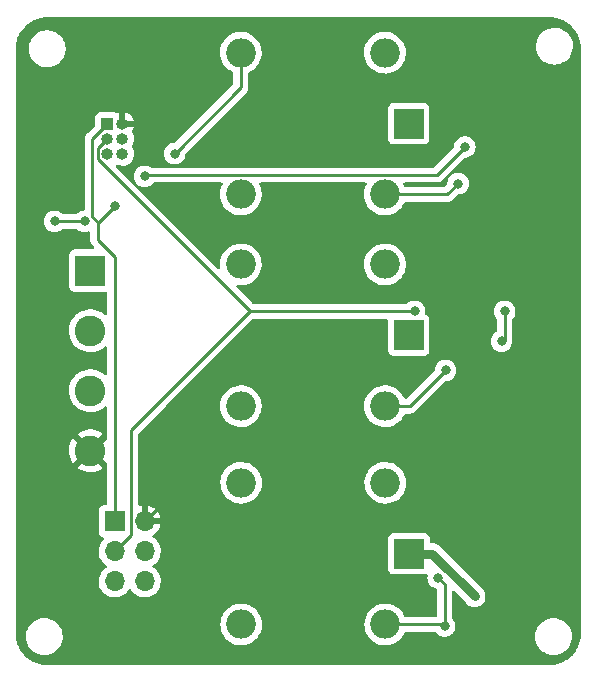
<source format=gbr>
%TF.GenerationSoftware,KiCad,Pcbnew,(6.0.4)*%
%TF.CreationDate,2022-03-29T09:37:11-06:00*%
%TF.ProjectId,luces_status,6c756365-735f-4737-9461-7475732e6b69,rev?*%
%TF.SameCoordinates,Original*%
%TF.FileFunction,Copper,L2,Bot*%
%TF.FilePolarity,Positive*%
%FSLAX46Y46*%
G04 Gerber Fmt 4.6, Leading zero omitted, Abs format (unit mm)*
G04 Created by KiCad (PCBNEW (6.0.4)) date 2022-03-29 09:37:11*
%MOMM*%
%LPD*%
G01*
G04 APERTURE LIST*
%TA.AperFunction,ComponentPad*%
%ADD10R,2.500000X2.500000*%
%TD*%
%TA.AperFunction,ComponentPad*%
%ADD11O,2.500000X2.500000*%
%TD*%
%TA.AperFunction,ComponentPad*%
%ADD12R,2.600000X2.600000*%
%TD*%
%TA.AperFunction,ComponentPad*%
%ADD13C,2.600000*%
%TD*%
%TA.AperFunction,ComponentPad*%
%ADD14R,1.700000X1.700000*%
%TD*%
%TA.AperFunction,ComponentPad*%
%ADD15O,1.700000X1.700000*%
%TD*%
%TA.AperFunction,ComponentPad*%
%ADD16R,1.000000X1.000000*%
%TD*%
%TA.AperFunction,ComponentPad*%
%ADD17O,1.000000X1.000000*%
%TD*%
%TA.AperFunction,ViaPad*%
%ADD18C,0.800000*%
%TD*%
%TA.AperFunction,Conductor*%
%ADD19C,0.250000*%
%TD*%
%TA.AperFunction,Conductor*%
%ADD20C,0.800000*%
%TD*%
G04 APERTURE END LIST*
D10*
%TO.P,K1,1*%
%TO.N,+12V*%
X189985000Y-32370244D03*
D11*
%TO.P,K1,2*%
X187985000Y-26370244D03*
%TO.P,K1,3*%
%TO.N,led_rojo*%
X175785000Y-26370244D03*
%TO.P,K1,4*%
%TO.N,unconnected-(K1-Pad4)*%
X175785000Y-38370244D03*
%TO.P,K1,5*%
%TO.N,Net-(D1-Pad1)*%
X187985000Y-38370244D03*
%TD*%
D10*
%TO.P,K3,1*%
%TO.N,+12V*%
X190009215Y-68781388D03*
D11*
%TO.P,K3,2*%
X188009215Y-62781388D03*
%TO.P,K3,3*%
%TO.N,led_verde*%
X175809215Y-62781388D03*
%TO.P,K3,4*%
%TO.N,unconnected-(K3-Pad4)*%
X175809215Y-74781388D03*
%TO.P,K3,5*%
%TO.N,Net-(D5-Pad1)*%
X188009215Y-74781388D03*
%TD*%
D12*
%TO.P,J3,1,Pin_1*%
%TO.N,led_rojo*%
X163030000Y-44835000D03*
D13*
%TO.P,J3,2,Pin_2*%
%TO.N,led_naranja*%
X163030000Y-49915000D03*
%TO.P,J3,3,Pin_3*%
%TO.N,led_verde*%
X163030000Y-54995000D03*
%TO.P,J3,4,Pin_4*%
%TO.N,GND*%
X163030000Y-60075000D03*
%TD*%
D14*
%TO.P,J2,1,Pin_1*%
%TO.N,ctrl_rojo*%
X165100000Y-66040000D03*
D15*
%TO.P,J2,2,Pin_2*%
%TO.N,GND*%
X167640000Y-66040000D03*
%TO.P,J2,3,Pin_3*%
%TO.N,ctrl_naranja*%
X165100000Y-68580000D03*
%TO.P,J2,4,Pin_4*%
%TO.N,unconnected-(J2-Pad4)*%
X167640000Y-68580000D03*
%TO.P,J2,5,Pin_5*%
%TO.N,ctrl_verde*%
X165100000Y-71120000D03*
%TO.P,J2,6,Pin_6*%
%TO.N,+12V*%
X167640000Y-71120000D03*
%TD*%
D16*
%TO.P,J1,1,Pin_1*%
%TO.N,ctrl_rojo*%
X164475000Y-32385000D03*
D17*
%TO.P,J1,2,Pin_2*%
%TO.N,GND*%
X165745000Y-32385000D03*
%TO.P,J1,3,Pin_3*%
%TO.N,ctrl_naranja*%
X164475000Y-33655000D03*
%TO.P,J1,4,Pin_4*%
%TO.N,unconnected-(J1-Pad4)*%
X165745000Y-33655000D03*
%TO.P,J1,5,Pin_5*%
%TO.N,ctrl_verde*%
X164475000Y-34925000D03*
%TO.P,J1,6,Pin_6*%
%TO.N,+12V*%
X165745000Y-34925000D03*
%TD*%
D10*
%TO.P,K2,1*%
%TO.N,+12V*%
X189985000Y-50295000D03*
D11*
%TO.P,K2,2*%
X187985000Y-44295000D03*
%TO.P,K2,3*%
%TO.N,led_naranja*%
X175785000Y-44295000D03*
%TO.P,K2,4*%
%TO.N,unconnected-(K2-Pad4)*%
X175785000Y-56295000D03*
%TO.P,K2,5*%
%TO.N,Net-(D3-Pad1)*%
X187985000Y-56295000D03*
%TD*%
D18*
%TO.N,Net-(D1-Pad1)*%
X194180000Y-37450244D03*
%TO.N,Net-(D3-Pad1)*%
X193117464Y-53262536D03*
%TO.N,Net-(D5-Pad1)*%
X193040000Y-74908957D03*
X192489321Y-70833206D03*
%TO.N,+12V*%
X195580000Y-72390000D03*
%TO.N,GND*%
X198120000Y-45720000D03*
X197130011Y-32370244D03*
X198579011Y-64748957D03*
X197115000Y-46725000D03*
X193040000Y-64748957D03*
%TO.N,ctrl_rojo*%
X194755000Y-34342659D03*
X167640000Y-36830000D03*
X165100000Y-39370000D03*
%TO.N,ctrl_naranja*%
X190500000Y-48260000D03*
%TO.N,ctrl_verde*%
X162560000Y-40640000D03*
X160020000Y-40640000D03*
%TO.N,led_rojo*%
X170180000Y-34910244D03*
%TO.N,Net-(Q2-Pad4)*%
X198120000Y-48260000D03*
X197854511Y-50800000D03*
%TD*%
D19*
%TO.N,ctrl_naranja*%
X164475000Y-33655000D02*
X163650489Y-34479511D01*
X163650489Y-34479511D02*
X163650489Y-35380489D01*
X163650489Y-35380489D02*
X176530000Y-48260000D01*
%TO.N,Net-(D1-Pad1)*%
X193260000Y-38370244D02*
X194180000Y-37450244D01*
X187985000Y-38370244D02*
X193260000Y-38370244D01*
%TO.N,Net-(D3-Pad1)*%
X190085000Y-56295000D02*
X193040000Y-53340000D01*
X187985000Y-56295000D02*
X190085000Y-56295000D01*
X193040000Y-53340000D02*
X193117464Y-53262536D01*
%TO.N,Net-(D5-Pad1)*%
X192912431Y-74781388D02*
X188009215Y-74781388D01*
X193040000Y-74908957D02*
X192912431Y-74781388D01*
X192489321Y-70833206D02*
X193040000Y-71383885D01*
X193040000Y-71383885D02*
X193040000Y-74908957D01*
D20*
%TO.N,+12V*%
X191992431Y-68781388D02*
X195580000Y-72368957D01*
X195580000Y-72368957D02*
X195580000Y-72390000D01*
X190009215Y-68781388D02*
X191992431Y-68781388D01*
D19*
%TO.N,GND*%
X168931043Y-64748957D02*
X167640000Y-66040000D01*
X193040000Y-64748957D02*
X168931043Y-64748957D01*
X198579011Y-64748957D02*
X193040000Y-64748957D01*
X197949883Y-33190117D02*
X197993070Y-33233303D01*
X197993070Y-45593070D02*
X198120000Y-45720000D01*
X197130011Y-32370244D02*
X197949883Y-33190117D01*
X197949883Y-33190117D02*
X198120000Y-33360234D01*
X198120000Y-33360234D02*
X198120000Y-45720000D01*
%TO.N,ctrl_rojo*%
X194732360Y-34342659D02*
X194755000Y-34342659D01*
X163764125Y-40705875D02*
X163650489Y-40705875D01*
X167705245Y-36764755D02*
X167640000Y-36830000D01*
X163200969Y-33659031D02*
X163200969Y-40256355D01*
X192371926Y-36725733D02*
X194755000Y-34342659D01*
X165100000Y-39370000D02*
X163764125Y-40705875D01*
X167705245Y-36725733D02*
X167705245Y-36764755D01*
X163200969Y-40256355D02*
X163650489Y-40705875D01*
X164475000Y-32385000D02*
X163200969Y-33659031D01*
X163650489Y-40705875D02*
X163650489Y-42206467D01*
X165100000Y-43655978D02*
X165100000Y-66040000D01*
X163650489Y-42206467D02*
X165100000Y-43655978D01*
X167705245Y-36725733D02*
X192371926Y-36725733D01*
%TO.N,ctrl_naranja*%
X190500000Y-48260000D02*
X176530000Y-48260000D01*
X176530000Y-48260000D02*
X166465489Y-58324511D01*
X166465489Y-67214511D02*
X165100000Y-68580000D01*
X166465489Y-58324511D02*
X166465489Y-67214511D01*
%TO.N,ctrl_verde*%
X160020000Y-40640000D02*
X162560000Y-40640000D01*
%TO.N,led_rojo*%
X175785000Y-26370244D02*
X175785000Y-29305244D01*
X175785000Y-29305244D02*
X170180000Y-34910244D01*
%TO.N,Net-(Q2-Pad4)*%
X198120000Y-48260000D02*
X198120000Y-50800000D01*
X198120000Y-50800000D02*
X197854511Y-50800000D01*
%TD*%
%TA.AperFunction,Conductor*%
%TO.N,GND*%
G36*
X201900018Y-23370000D02*
G01*
X201914851Y-23372310D01*
X201914855Y-23372310D01*
X201923724Y-23373691D01*
X201932626Y-23372527D01*
X201932628Y-23372527D01*
X201936936Y-23371963D01*
X201941720Y-23371338D01*
X201965117Y-23370472D01*
X202221492Y-23384869D01*
X202235524Y-23386450D01*
X202375953Y-23410311D01*
X202516376Y-23434170D01*
X202530151Y-23437314D01*
X202803891Y-23516177D01*
X202817228Y-23520844D01*
X203080418Y-23629861D01*
X203093148Y-23635992D01*
X203342468Y-23773786D01*
X203354432Y-23781303D01*
X203586762Y-23946149D01*
X203597810Y-23954959D01*
X203810224Y-24144785D01*
X203820215Y-24154776D01*
X203908939Y-24254057D01*
X204010041Y-24367190D01*
X204018850Y-24378236D01*
X204051019Y-24423575D01*
X204183697Y-24610568D01*
X204191214Y-24622532D01*
X204329008Y-24871852D01*
X204335139Y-24884582D01*
X204444156Y-25147772D01*
X204448823Y-25161109D01*
X204527686Y-25434849D01*
X204530830Y-25448624D01*
X204578549Y-25729471D01*
X204580131Y-25743513D01*
X204594118Y-25992593D01*
X204592817Y-26019036D01*
X204592690Y-26019849D01*
X204592690Y-26019855D01*
X204591309Y-26028724D01*
X204592473Y-26037626D01*
X204592473Y-26037628D01*
X204593771Y-26047552D01*
X204595333Y-26059492D01*
X204595436Y-26060283D01*
X204596500Y-26076621D01*
X204596500Y-75515633D01*
X204595000Y-75535018D01*
X204592690Y-75549851D01*
X204592690Y-75549855D01*
X204591309Y-75558724D01*
X204593136Y-75572692D01*
X204593662Y-75576716D01*
X204594528Y-75600117D01*
X204584476Y-75779123D01*
X204580131Y-75856488D01*
X204578550Y-75870524D01*
X204567033Y-75938303D01*
X204530830Y-76151376D01*
X204527686Y-76165151D01*
X204448823Y-76438891D01*
X204444156Y-76452228D01*
X204335139Y-76715418D01*
X204329008Y-76728148D01*
X204191214Y-76977468D01*
X204183697Y-76989432D01*
X204018851Y-77221762D01*
X204010042Y-77232808D01*
X203894772Y-77361795D01*
X203820215Y-77445224D01*
X203810224Y-77455215D01*
X203597810Y-77645041D01*
X203586762Y-77653851D01*
X203354432Y-77818697D01*
X203342468Y-77826214D01*
X203093148Y-77964008D01*
X203080418Y-77970139D01*
X202817228Y-78079156D01*
X202803891Y-78083823D01*
X202530151Y-78162686D01*
X202516376Y-78165830D01*
X202375953Y-78189689D01*
X202235524Y-78213550D01*
X202221490Y-78215131D01*
X202152407Y-78219010D01*
X201972407Y-78229118D01*
X201945964Y-78227817D01*
X201945151Y-78227690D01*
X201945145Y-78227690D01*
X201936276Y-78226309D01*
X201927374Y-78227473D01*
X201927372Y-78227473D01*
X201912323Y-78229441D01*
X201904714Y-78230436D01*
X201888379Y-78231500D01*
X159434367Y-78231500D01*
X159414982Y-78230000D01*
X159400149Y-78227690D01*
X159400145Y-78227690D01*
X159391276Y-78226309D01*
X159382374Y-78227473D01*
X159382372Y-78227473D01*
X159378064Y-78228037D01*
X159373280Y-78228662D01*
X159349883Y-78229528D01*
X159093508Y-78215131D01*
X159079476Y-78213550D01*
X158939048Y-78189690D01*
X158798624Y-78165830D01*
X158784849Y-78162686D01*
X158511109Y-78083823D01*
X158497772Y-78079156D01*
X158234582Y-77970139D01*
X158221852Y-77964008D01*
X157972532Y-77826214D01*
X157960568Y-77818697D01*
X157728238Y-77653851D01*
X157717190Y-77645041D01*
X157504776Y-77455215D01*
X157494785Y-77445224D01*
X157420228Y-77361795D01*
X157304958Y-77232808D01*
X157296149Y-77221762D01*
X157131303Y-76989432D01*
X157123786Y-76977468D01*
X156985992Y-76728148D01*
X156979861Y-76715418D01*
X156870844Y-76452228D01*
X156866177Y-76438891D01*
X156787314Y-76165151D01*
X156784170Y-76151376D01*
X156747967Y-75938303D01*
X156736450Y-75870524D01*
X156735031Y-75857927D01*
X157570774Y-75857927D01*
X157599600Y-76107058D01*
X157600979Y-76111932D01*
X157600980Y-76111936D01*
X157648267Y-76279043D01*
X157667886Y-76348376D01*
X157670020Y-76352951D01*
X157670022Y-76352958D01*
X157758988Y-76543745D01*
X157773876Y-76575672D01*
X157776718Y-76579853D01*
X157776718Y-76579854D01*
X157911997Y-76778911D01*
X157912000Y-76778915D01*
X157914843Y-76783098D01*
X157918320Y-76786775D01*
X157918321Y-76786776D01*
X158018630Y-76892850D01*
X158087159Y-76965318D01*
X158091185Y-76968396D01*
X158091186Y-76968397D01*
X158282373Y-77114571D01*
X158282377Y-77114574D01*
X158286393Y-77117644D01*
X158507418Y-77236156D01*
X158512199Y-77237802D01*
X158512203Y-77237804D01*
X158702951Y-77303484D01*
X158744548Y-77317807D01*
X158848081Y-77335690D01*
X158987772Y-77359819D01*
X158987778Y-77359820D01*
X158991682Y-77360494D01*
X158995643Y-77360674D01*
X158995644Y-77360674D01*
X159020323Y-77361795D01*
X159020342Y-77361795D01*
X159021742Y-77361859D01*
X159196407Y-77361859D01*
X159198915Y-77361657D01*
X159198920Y-77361657D01*
X159378336Y-77347222D01*
X159378341Y-77347221D01*
X159383377Y-77346816D01*
X159388285Y-77345611D01*
X159388288Y-77345610D01*
X159622017Y-77288200D01*
X159626931Y-77286993D01*
X159631583Y-77285018D01*
X159631587Y-77285017D01*
X159853133Y-77190976D01*
X159853134Y-77190976D01*
X159857788Y-77189000D01*
X160070007Y-77055359D01*
X160258130Y-76889506D01*
X160417316Y-76695710D01*
X160543470Y-76478955D01*
X160554610Y-76449936D01*
X160631535Y-76249540D01*
X160633347Y-76244820D01*
X160640519Y-76210492D01*
X160683598Y-76004280D01*
X160684633Y-75999326D01*
X160696010Y-75748791D01*
X160694140Y-75732625D01*
X160680234Y-75612447D01*
X160667184Y-75499660D01*
X160664207Y-75489137D01*
X160600276Y-75263211D01*
X160600275Y-75263209D01*
X160598898Y-75258342D01*
X160596764Y-75253767D01*
X160596762Y-75253760D01*
X160495045Y-75035628D01*
X160495043Y-75035624D01*
X160492908Y-75031046D01*
X160414398Y-74915522D01*
X160354787Y-74827807D01*
X160354784Y-74827803D01*
X160351941Y-74823620D01*
X160268353Y-74735227D01*
X174046388Y-74735227D01*
X174058928Y-74996296D01*
X174109919Y-75252644D01*
X174198241Y-75498640D01*
X174225757Y-75549851D01*
X174264968Y-75622825D01*
X174321952Y-75728879D01*
X174324747Y-75732622D01*
X174324749Y-75732625D01*
X174475545Y-75934565D01*
X174475550Y-75934571D01*
X174478337Y-75938303D01*
X174481646Y-75941583D01*
X174481651Y-75941589D01*
X174643494Y-76102025D01*
X174663958Y-76122311D01*
X174667720Y-76125069D01*
X174667723Y-76125072D01*
X174831039Y-76244820D01*
X174874739Y-76276862D01*
X174878882Y-76279042D01*
X174878884Y-76279043D01*
X175101899Y-76396377D01*
X175101904Y-76396379D01*
X175106049Y-76398560D01*
X175352805Y-76484732D01*
X175357398Y-76485604D01*
X175605000Y-76532612D01*
X175605003Y-76532612D01*
X175609589Y-76533483D01*
X175740174Y-76538614D01*
X175866090Y-76543562D01*
X175866096Y-76543562D01*
X175870758Y-76543745D01*
X175950192Y-76535045D01*
X176125922Y-76515800D01*
X176125927Y-76515799D01*
X176130575Y-76515290D01*
X176243331Y-76485604D01*
X176378809Y-76449936D01*
X176378811Y-76449935D01*
X176383332Y-76448745D01*
X176623477Y-76345570D01*
X176845734Y-76208034D01*
X176849297Y-76205017D01*
X176849302Y-76205014D01*
X177041654Y-76042175D01*
X177041655Y-76042174D01*
X177045220Y-76039156D01*
X177065951Y-76015516D01*
X177214472Y-75846162D01*
X177214476Y-75846157D01*
X177217554Y-75842647D01*
X177259297Y-75777751D01*
X177356420Y-75626755D01*
X177358948Y-75622825D01*
X177466298Y-75384517D01*
X177494016Y-75286236D01*
X177535975Y-75137464D01*
X177535976Y-75137461D01*
X177537245Y-75132960D01*
X177554047Y-75000884D01*
X177569831Y-74876809D01*
X177569831Y-74876805D01*
X177570229Y-74873679D01*
X177572646Y-74781388D01*
X177569215Y-74735227D01*
X186246388Y-74735227D01*
X186258928Y-74996296D01*
X186309919Y-75252644D01*
X186398241Y-75498640D01*
X186425757Y-75549851D01*
X186464968Y-75622825D01*
X186521952Y-75728879D01*
X186524747Y-75732622D01*
X186524749Y-75732625D01*
X186675545Y-75934565D01*
X186675550Y-75934571D01*
X186678337Y-75938303D01*
X186681646Y-75941583D01*
X186681651Y-75941589D01*
X186843494Y-76102025D01*
X186863958Y-76122311D01*
X186867720Y-76125069D01*
X186867723Y-76125072D01*
X187031039Y-76244820D01*
X187074739Y-76276862D01*
X187078882Y-76279042D01*
X187078884Y-76279043D01*
X187301899Y-76396377D01*
X187301904Y-76396379D01*
X187306049Y-76398560D01*
X187552805Y-76484732D01*
X187557398Y-76485604D01*
X187805000Y-76532612D01*
X187805003Y-76532612D01*
X187809589Y-76533483D01*
X187940174Y-76538614D01*
X188066090Y-76543562D01*
X188066096Y-76543562D01*
X188070758Y-76543745D01*
X188150192Y-76535045D01*
X188325922Y-76515800D01*
X188325927Y-76515799D01*
X188330575Y-76515290D01*
X188443331Y-76485604D01*
X188578809Y-76449936D01*
X188578811Y-76449935D01*
X188583332Y-76448745D01*
X188823477Y-76345570D01*
X189045734Y-76208034D01*
X189049297Y-76205017D01*
X189049302Y-76205014D01*
X189241654Y-76042175D01*
X189241655Y-76042174D01*
X189245220Y-76039156D01*
X189265951Y-76015516D01*
X189404154Y-75857927D01*
X200693156Y-75857927D01*
X200721982Y-76107058D01*
X200723361Y-76111932D01*
X200723362Y-76111936D01*
X200770649Y-76279043D01*
X200790268Y-76348376D01*
X200792402Y-76352951D01*
X200792404Y-76352958D01*
X200881370Y-76543745D01*
X200896258Y-76575672D01*
X200899100Y-76579853D01*
X200899100Y-76579854D01*
X201034379Y-76778911D01*
X201034382Y-76778915D01*
X201037225Y-76783098D01*
X201040702Y-76786775D01*
X201040703Y-76786776D01*
X201141012Y-76892850D01*
X201209541Y-76965318D01*
X201213567Y-76968396D01*
X201213568Y-76968397D01*
X201404755Y-77114571D01*
X201404759Y-77114574D01*
X201408775Y-77117644D01*
X201629800Y-77236156D01*
X201634581Y-77237802D01*
X201634585Y-77237804D01*
X201825333Y-77303484D01*
X201866930Y-77317807D01*
X201970463Y-77335690D01*
X202110154Y-77359819D01*
X202110160Y-77359820D01*
X202114064Y-77360494D01*
X202118025Y-77360674D01*
X202118026Y-77360674D01*
X202142705Y-77361795D01*
X202142724Y-77361795D01*
X202144124Y-77361859D01*
X202318789Y-77361859D01*
X202321297Y-77361657D01*
X202321302Y-77361657D01*
X202500718Y-77347222D01*
X202500723Y-77347221D01*
X202505759Y-77346816D01*
X202510667Y-77345611D01*
X202510670Y-77345610D01*
X202744399Y-77288200D01*
X202749313Y-77286993D01*
X202753965Y-77285018D01*
X202753969Y-77285017D01*
X202975515Y-77190976D01*
X202975516Y-77190976D01*
X202980170Y-77189000D01*
X203192389Y-77055359D01*
X203380512Y-76889506D01*
X203539698Y-76695710D01*
X203665852Y-76478955D01*
X203676992Y-76449936D01*
X203753917Y-76249540D01*
X203755729Y-76244820D01*
X203762901Y-76210492D01*
X203805980Y-76004280D01*
X203807015Y-75999326D01*
X203818392Y-75748791D01*
X203816522Y-75732625D01*
X203802616Y-75612447D01*
X203789566Y-75499660D01*
X203786589Y-75489137D01*
X203722658Y-75263211D01*
X203722657Y-75263209D01*
X203721280Y-75258342D01*
X203719146Y-75253767D01*
X203719144Y-75253760D01*
X203617427Y-75035628D01*
X203617425Y-75035624D01*
X203615290Y-75031046D01*
X203536780Y-74915522D01*
X203477169Y-74827807D01*
X203477166Y-74827803D01*
X203474323Y-74823620D01*
X203373699Y-74717212D01*
X203305487Y-74645080D01*
X203302007Y-74641400D01*
X203297980Y-74638321D01*
X203106793Y-74492147D01*
X203106789Y-74492144D01*
X203102773Y-74489074D01*
X203085526Y-74479826D01*
X202886209Y-74372954D01*
X202881748Y-74370562D01*
X202876967Y-74368916D01*
X202876963Y-74368914D01*
X202649407Y-74290560D01*
X202644618Y-74288911D01*
X202485675Y-74261457D01*
X202401394Y-74246899D01*
X202401388Y-74246898D01*
X202397484Y-74246224D01*
X202393523Y-74246044D01*
X202393522Y-74246044D01*
X202368843Y-74244923D01*
X202368824Y-74244923D01*
X202367424Y-74244859D01*
X202192759Y-74244859D01*
X202190251Y-74245061D01*
X202190246Y-74245061D01*
X202010830Y-74259496D01*
X202010825Y-74259497D01*
X202005789Y-74259902D01*
X202000881Y-74261107D01*
X202000878Y-74261108D01*
X201769100Y-74318039D01*
X201762235Y-74319725D01*
X201757583Y-74321700D01*
X201757579Y-74321701D01*
X201639052Y-74372013D01*
X201531378Y-74417718D01*
X201440144Y-74475171D01*
X201331344Y-74543686D01*
X201319159Y-74551359D01*
X201131036Y-74717212D01*
X200971850Y-74911008D01*
X200845696Y-75127763D01*
X200755819Y-75361898D01*
X200754786Y-75366844D01*
X200754784Y-75366850D01*
X200721665Y-75525386D01*
X200704533Y-75607392D01*
X200704304Y-75612441D01*
X200704303Y-75612447D01*
X200700500Y-75696194D01*
X200693156Y-75857927D01*
X189404154Y-75857927D01*
X189414472Y-75846162D01*
X189414476Y-75846157D01*
X189417554Y-75842647D01*
X189459297Y-75777751D01*
X189556420Y-75626755D01*
X189558948Y-75622825D01*
X189619170Y-75489137D01*
X189665386Y-75435243D01*
X189734052Y-75414888D01*
X192216938Y-75414888D01*
X192285059Y-75434890D01*
X192310572Y-75456577D01*
X192428747Y-75587823D01*
X192583248Y-75700075D01*
X192589276Y-75702759D01*
X192589278Y-75702760D01*
X192681382Y-75743767D01*
X192757712Y-75777751D01*
X192851113Y-75797604D01*
X192938056Y-75816085D01*
X192938061Y-75816085D01*
X192944513Y-75817457D01*
X193135487Y-75817457D01*
X193141939Y-75816085D01*
X193141944Y-75816085D01*
X193228887Y-75797604D01*
X193322288Y-75777751D01*
X193398618Y-75743767D01*
X193490722Y-75702760D01*
X193490724Y-75702759D01*
X193496752Y-75700075D01*
X193651253Y-75587823D01*
X193704679Y-75528487D01*
X193774621Y-75450809D01*
X193774622Y-75450808D01*
X193779040Y-75445901D01*
X193874527Y-75280513D01*
X193933542Y-75098885D01*
X193940191Y-75035628D01*
X193952814Y-74915522D01*
X193953504Y-74908957D01*
X193949796Y-74873679D01*
X193934232Y-74725592D01*
X193934232Y-74725590D01*
X193933542Y-74719029D01*
X193874527Y-74537401D01*
X193864906Y-74520736D01*
X193835980Y-74470636D01*
X193779040Y-74372013D01*
X193705863Y-74290742D01*
X193675147Y-74226736D01*
X193673500Y-74206433D01*
X193673500Y-72051460D01*
X193693502Y-71983339D01*
X193747158Y-71936846D01*
X193817432Y-71926742D01*
X193882012Y-71956236D01*
X193888595Y-71962365D01*
X194812544Y-72886314D01*
X194832566Y-72912406D01*
X194840960Y-72926944D01*
X194968747Y-73068866D01*
X195123248Y-73181118D01*
X195129276Y-73183802D01*
X195129278Y-73183803D01*
X195259136Y-73241619D01*
X195297712Y-73258794D01*
X195391113Y-73278647D01*
X195478056Y-73297128D01*
X195478061Y-73297128D01*
X195484513Y-73298500D01*
X195675487Y-73298500D01*
X195681939Y-73297128D01*
X195681944Y-73297128D01*
X195768888Y-73278647D01*
X195862288Y-73258794D01*
X195900864Y-73241619D01*
X196030722Y-73183803D01*
X196030724Y-73183802D01*
X196036752Y-73181118D01*
X196191253Y-73068866D01*
X196319040Y-72926944D01*
X196414527Y-72761556D01*
X196473542Y-72579928D01*
X196487268Y-72449326D01*
X196488124Y-72442826D01*
X196492252Y-72416767D01*
X196491907Y-72410175D01*
X196492253Y-72403577D01*
X196492607Y-72403596D01*
X196492769Y-72396992D01*
X196492814Y-72396564D01*
X196493504Y-72390000D01*
X196489190Y-72348955D01*
X196488500Y-72335784D01*
X196488500Y-72321347D01*
X196488156Y-72318073D01*
X196486353Y-72300915D01*
X196485836Y-72294341D01*
X196482603Y-72232653D01*
X196482603Y-72232651D01*
X196482257Y-72226054D01*
X196478615Y-72212461D01*
X196475014Y-72193032D01*
X196474232Y-72185596D01*
X196473542Y-72179029D01*
X196452407Y-72113982D01*
X196450535Y-72107663D01*
X196446858Y-72093938D01*
X196445007Y-72087031D01*
X196434538Y-72047960D01*
X196434537Y-72047957D01*
X196432830Y-72041587D01*
X196426438Y-72029042D01*
X196418874Y-72010780D01*
X196417691Y-72007137D01*
X196414527Y-71997401D01*
X196394299Y-71962365D01*
X196380336Y-71938180D01*
X196377188Y-71932383D01*
X196349126Y-71877308D01*
X196349124Y-71877305D01*
X196346129Y-71871427D01*
X196337273Y-71860490D01*
X196326073Y-71844194D01*
X196322343Y-71837733D01*
X196322340Y-71837729D01*
X196319040Y-71832013D01*
X196314623Y-71827107D01*
X196314619Y-71827102D01*
X196273278Y-71781188D01*
X196268994Y-71776173D01*
X196258148Y-71762780D01*
X196256072Y-71760216D01*
X196241557Y-71745701D01*
X196237016Y-71740916D01*
X196195673Y-71695000D01*
X196191253Y-71690091D01*
X196179865Y-71681817D01*
X196164832Y-71668976D01*
X192692412Y-68196556D01*
X192679571Y-68181523D01*
X192675177Y-68175475D01*
X192675176Y-68175474D01*
X192671297Y-68170135D01*
X192620472Y-68124372D01*
X192615687Y-68119831D01*
X192601172Y-68105316D01*
X192593713Y-68099276D01*
X192585215Y-68092394D01*
X192580200Y-68088110D01*
X192534286Y-68046769D01*
X192534281Y-68046765D01*
X192529375Y-68042348D01*
X192523659Y-68039048D01*
X192523655Y-68039045D01*
X192517194Y-68035315D01*
X192500897Y-68024115D01*
X192495091Y-68019413D01*
X192495089Y-68019412D01*
X192489961Y-68015259D01*
X192429008Y-67984202D01*
X192423213Y-67981055D01*
X192369710Y-67950165D01*
X192369709Y-67950164D01*
X192363987Y-67946861D01*
X192357705Y-67944820D01*
X192357703Y-67944819D01*
X192350605Y-67942513D01*
X192332338Y-67934947D01*
X192319801Y-67928559D01*
X192253730Y-67910855D01*
X192247428Y-67908988D01*
X192182359Y-67887846D01*
X192175794Y-67887156D01*
X192175785Y-67887154D01*
X192168356Y-67886373D01*
X192148922Y-67882771D01*
X192141717Y-67880841D01*
X192141715Y-67880841D01*
X192135334Y-67879131D01*
X192128743Y-67878786D01*
X192128739Y-67878785D01*
X192067047Y-67875552D01*
X192060473Y-67875035D01*
X192043315Y-67873232D01*
X192043313Y-67873232D01*
X192040041Y-67872888D01*
X192019505Y-67872888D01*
X192012911Y-67872715D01*
X191951213Y-67869481D01*
X191951208Y-67869481D01*
X191944621Y-67869136D01*
X191930723Y-67871337D01*
X191911014Y-67872888D01*
X191893715Y-67872888D01*
X191825594Y-67852886D01*
X191779101Y-67799230D01*
X191767715Y-67746888D01*
X191767715Y-67483254D01*
X191760960Y-67421072D01*
X191709830Y-67284683D01*
X191622476Y-67168127D01*
X191505920Y-67080773D01*
X191369531Y-67029643D01*
X191307349Y-67022888D01*
X188711081Y-67022888D01*
X188648899Y-67029643D01*
X188512510Y-67080773D01*
X188395954Y-67168127D01*
X188308600Y-67284683D01*
X188257470Y-67421072D01*
X188250715Y-67483254D01*
X188250715Y-70079522D01*
X188257470Y-70141704D01*
X188308600Y-70278093D01*
X188395954Y-70394649D01*
X188512510Y-70482003D01*
X188648899Y-70533133D01*
X188711081Y-70539888D01*
X191307349Y-70539888D01*
X191369531Y-70533133D01*
X191426298Y-70511852D01*
X191497104Y-70506669D01*
X191559473Y-70540589D01*
X191593602Y-70602845D01*
X191593749Y-70643065D01*
X191595779Y-70643278D01*
X191575817Y-70833206D01*
X191595779Y-71023134D01*
X191654794Y-71204762D01*
X191750281Y-71370150D01*
X191878068Y-71512072D01*
X191977164Y-71584070D01*
X192022292Y-71616857D01*
X192032569Y-71624324D01*
X192038597Y-71627008D01*
X192038599Y-71627009D01*
X192201002Y-71699315D01*
X192207033Y-71702000D01*
X192306698Y-71723185D01*
X192369170Y-71756912D01*
X192403492Y-71819062D01*
X192406500Y-71846431D01*
X192406500Y-74021888D01*
X192386498Y-74090009D01*
X192332842Y-74136502D01*
X192280500Y-74147888D01*
X189735928Y-74147888D01*
X189667807Y-74127886D01*
X189621314Y-74074230D01*
X189618495Y-74067554D01*
X189602557Y-74026568D01*
X189602553Y-74026561D01*
X189600862Y-74022211D01*
X189471166Y-73795290D01*
X189309353Y-73590031D01*
X189118978Y-73410945D01*
X188904224Y-73261964D01*
X188897796Y-73258794D01*
X188673996Y-73148428D01*
X188673993Y-73148427D01*
X188669808Y-73146363D01*
X188623664Y-73131592D01*
X188425338Y-73068108D01*
X188420880Y-73066681D01*
X188162908Y-73024667D01*
X188049157Y-73023178D01*
X187906237Y-73021307D01*
X187906234Y-73021307D01*
X187901560Y-73021246D01*
X187642577Y-73056492D01*
X187638091Y-73057800D01*
X187638089Y-73057800D01*
X187586802Y-73072749D01*
X187391648Y-73129631D01*
X187387395Y-73131591D01*
X187387394Y-73131592D01*
X187350874Y-73148428D01*
X187154287Y-73239056D01*
X187115282Y-73264629D01*
X186939619Y-73379798D01*
X186939614Y-73379802D01*
X186935706Y-73382364D01*
X186740709Y-73556406D01*
X186573578Y-73757358D01*
X186437986Y-73980807D01*
X186336912Y-74221843D01*
X186272574Y-74475171D01*
X186272106Y-74479822D01*
X186272105Y-74479826D01*
X186261460Y-74585547D01*
X186246388Y-74735227D01*
X177569215Y-74735227D01*
X177567545Y-74712751D01*
X177553622Y-74525388D01*
X177553621Y-74525384D01*
X177553276Y-74520736D01*
X177541940Y-74470636D01*
X177496623Y-74270368D01*
X177495592Y-74265811D01*
X177476818Y-74217534D01*
X177402555Y-74026564D01*
X177402554Y-74026561D01*
X177400862Y-74022211D01*
X177271166Y-73795290D01*
X177109353Y-73590031D01*
X176918978Y-73410945D01*
X176704224Y-73261964D01*
X176697796Y-73258794D01*
X176473996Y-73148428D01*
X176473993Y-73148427D01*
X176469808Y-73146363D01*
X176423664Y-73131592D01*
X176225338Y-73068108D01*
X176220880Y-73066681D01*
X175962908Y-73024667D01*
X175849157Y-73023178D01*
X175706237Y-73021307D01*
X175706234Y-73021307D01*
X175701560Y-73021246D01*
X175442577Y-73056492D01*
X175438091Y-73057800D01*
X175438089Y-73057800D01*
X175386802Y-73072749D01*
X175191648Y-73129631D01*
X175187395Y-73131591D01*
X175187394Y-73131592D01*
X175150874Y-73148428D01*
X174954287Y-73239056D01*
X174915282Y-73264629D01*
X174739619Y-73379798D01*
X174739614Y-73379802D01*
X174735706Y-73382364D01*
X174540709Y-73556406D01*
X174373578Y-73757358D01*
X174237986Y-73980807D01*
X174136912Y-74221843D01*
X174072574Y-74475171D01*
X174072106Y-74479822D01*
X174072105Y-74479826D01*
X174061460Y-74585547D01*
X174046388Y-74735227D01*
X160268353Y-74735227D01*
X160251317Y-74717212D01*
X160183105Y-74645080D01*
X160179625Y-74641400D01*
X160175598Y-74638321D01*
X159984411Y-74492147D01*
X159984407Y-74492144D01*
X159980391Y-74489074D01*
X159963144Y-74479826D01*
X159763827Y-74372954D01*
X159759366Y-74370562D01*
X159754585Y-74368916D01*
X159754581Y-74368914D01*
X159527025Y-74290560D01*
X159522236Y-74288911D01*
X159363293Y-74261457D01*
X159279012Y-74246899D01*
X159279006Y-74246898D01*
X159275102Y-74246224D01*
X159271141Y-74246044D01*
X159271140Y-74246044D01*
X159246461Y-74244923D01*
X159246442Y-74244923D01*
X159245042Y-74244859D01*
X159070377Y-74244859D01*
X159067869Y-74245061D01*
X159067864Y-74245061D01*
X158888448Y-74259496D01*
X158888443Y-74259497D01*
X158883407Y-74259902D01*
X158878499Y-74261107D01*
X158878496Y-74261108D01*
X158646718Y-74318039D01*
X158639853Y-74319725D01*
X158635201Y-74321700D01*
X158635197Y-74321701D01*
X158516670Y-74372013D01*
X158408996Y-74417718D01*
X158317762Y-74475171D01*
X158208962Y-74543686D01*
X158196777Y-74551359D01*
X158008654Y-74717212D01*
X157849468Y-74911008D01*
X157723314Y-75127763D01*
X157633437Y-75361898D01*
X157632404Y-75366844D01*
X157632402Y-75366850D01*
X157599283Y-75525386D01*
X157582151Y-75607392D01*
X157581922Y-75612441D01*
X157581921Y-75612447D01*
X157578118Y-75696194D01*
X157570774Y-75857927D01*
X156735031Y-75857927D01*
X156734869Y-75856488D01*
X156730525Y-75779123D01*
X156721089Y-75611100D01*
X156722411Y-75587208D01*
X156722334Y-75587201D01*
X156722537Y-75584937D01*
X156722637Y-75583131D01*
X156722770Y-75582342D01*
X156723576Y-75577552D01*
X156723729Y-75565000D01*
X156719773Y-75537376D01*
X156718500Y-75519514D01*
X156718500Y-61519906D01*
X161949839Y-61519906D01*
X161958553Y-61531427D01*
X162065452Y-61609809D01*
X162073351Y-61614745D01*
X162302905Y-61735519D01*
X162311454Y-61739236D01*
X162556327Y-61824749D01*
X162565336Y-61827163D01*
X162820166Y-61875544D01*
X162829423Y-61876598D01*
X163088607Y-61886783D01*
X163097921Y-61886457D01*
X163355753Y-61858220D01*
X163364930Y-61856519D01*
X163615758Y-61790481D01*
X163624574Y-61787445D01*
X163862880Y-61685062D01*
X163871167Y-61680748D01*
X164091718Y-61544266D01*
X164099268Y-61538780D01*
X164104559Y-61534301D01*
X164112997Y-61521497D01*
X164106935Y-61511145D01*
X163042812Y-60447022D01*
X163028868Y-60439408D01*
X163027035Y-60439539D01*
X163020420Y-60443790D01*
X161956497Y-61507713D01*
X161949839Y-61519906D01*
X156718500Y-61519906D01*
X156718500Y-60032211D01*
X161217775Y-60032211D01*
X161230220Y-60291288D01*
X161231356Y-60300543D01*
X161281961Y-60554945D01*
X161284449Y-60563917D01*
X161372095Y-60808033D01*
X161375895Y-60816568D01*
X161498658Y-61045042D01*
X161503666Y-61052904D01*
X161573720Y-61146716D01*
X161584979Y-61155165D01*
X161597397Y-61148393D01*
X162657978Y-60087812D01*
X162665592Y-60073868D01*
X162665461Y-60072035D01*
X162661210Y-60065420D01*
X161595816Y-59000026D01*
X161582507Y-58992758D01*
X161572472Y-58999878D01*
X161556937Y-59018556D01*
X161551531Y-59026135D01*
X161416965Y-59247891D01*
X161412736Y-59256192D01*
X161312432Y-59495389D01*
X161309471Y-59504239D01*
X161245628Y-59755625D01*
X161244006Y-59764822D01*
X161218020Y-60022885D01*
X161217775Y-60032211D01*
X156718500Y-60032211D01*
X156718500Y-58627689D01*
X161947102Y-58627689D01*
X161951675Y-58637465D01*
X163017188Y-59702978D01*
X163031132Y-59710592D01*
X163032965Y-59710461D01*
X163039580Y-59706210D01*
X164104349Y-58641441D01*
X164110733Y-58629751D01*
X164101321Y-58617641D01*
X163954045Y-58515471D01*
X163946010Y-58510738D01*
X163713376Y-58396016D01*
X163704743Y-58392528D01*
X163457703Y-58313450D01*
X163448643Y-58311274D01*
X163192630Y-58269580D01*
X163183343Y-58268768D01*
X162923992Y-58265373D01*
X162914681Y-58265943D01*
X162657682Y-58300919D01*
X162648546Y-58302860D01*
X162399543Y-58375439D01*
X162390800Y-58378707D01*
X162155252Y-58487296D01*
X162147097Y-58491816D01*
X161956240Y-58616947D01*
X161947102Y-58627689D01*
X156718500Y-58627689D01*
X156718500Y-40640000D01*
X159106496Y-40640000D01*
X159126458Y-40829928D01*
X159185473Y-41011556D01*
X159280960Y-41176944D01*
X159408747Y-41318866D01*
X159563248Y-41431118D01*
X159569276Y-41433802D01*
X159569278Y-41433803D01*
X159724402Y-41502868D01*
X159737712Y-41508794D01*
X159831113Y-41528647D01*
X159918056Y-41547128D01*
X159918061Y-41547128D01*
X159924513Y-41548500D01*
X160115487Y-41548500D01*
X160121939Y-41547128D01*
X160121944Y-41547128D01*
X160208888Y-41528647D01*
X160302288Y-41508794D01*
X160315598Y-41502868D01*
X160470722Y-41433803D01*
X160470724Y-41433802D01*
X160476752Y-41431118D01*
X160631253Y-41318866D01*
X160635668Y-41313963D01*
X160640580Y-41309540D01*
X160641705Y-41310789D01*
X160695014Y-41277949D01*
X160728200Y-41273500D01*
X161851800Y-41273500D01*
X161919921Y-41293502D01*
X161939147Y-41309843D01*
X161939420Y-41309540D01*
X161944332Y-41313963D01*
X161948747Y-41318866D01*
X162103248Y-41431118D01*
X162109276Y-41433802D01*
X162109278Y-41433803D01*
X162264402Y-41502868D01*
X162277712Y-41508794D01*
X162371113Y-41528647D01*
X162458056Y-41547128D01*
X162458061Y-41547128D01*
X162464513Y-41548500D01*
X162655487Y-41548500D01*
X162661939Y-41547128D01*
X162661944Y-41547128D01*
X162835834Y-41510166D01*
X162835835Y-41510166D01*
X162842288Y-41508794D01*
X162848315Y-41506110D01*
X162852053Y-41504896D01*
X162923020Y-41502868D01*
X162983818Y-41539531D01*
X163015144Y-41603243D01*
X163016989Y-41624729D01*
X163016989Y-42127700D01*
X163016462Y-42138883D01*
X163014787Y-42146376D01*
X163015036Y-42154302D01*
X163015036Y-42154303D01*
X163016927Y-42214453D01*
X163016989Y-42218412D01*
X163016989Y-42246323D01*
X163017486Y-42250257D01*
X163017486Y-42250258D01*
X163017494Y-42250323D01*
X163018427Y-42262160D01*
X163019816Y-42306356D01*
X163025467Y-42325806D01*
X163029476Y-42345167D01*
X163032015Y-42365264D01*
X163034934Y-42372635D01*
X163034934Y-42372637D01*
X163048293Y-42406379D01*
X163052138Y-42417609D01*
X163064471Y-42460060D01*
X163068504Y-42466879D01*
X163068506Y-42466884D01*
X163074782Y-42477495D01*
X163083477Y-42495243D01*
X163090937Y-42514084D01*
X163095599Y-42520500D01*
X163095599Y-42520501D01*
X163116925Y-42549854D01*
X163123441Y-42559774D01*
X163135131Y-42579540D01*
X163145947Y-42597829D01*
X163160268Y-42612150D01*
X163173108Y-42627183D01*
X163185017Y-42643574D01*
X163207339Y-42662040D01*
X163219094Y-42671765D01*
X163227873Y-42679755D01*
X163359523Y-42811405D01*
X163393549Y-42873717D01*
X163388484Y-42944532D01*
X163345937Y-43001368D01*
X163279417Y-43026179D01*
X163270428Y-43026500D01*
X161681866Y-43026500D01*
X161619684Y-43033255D01*
X161483295Y-43084385D01*
X161366739Y-43171739D01*
X161279385Y-43288295D01*
X161228255Y-43424684D01*
X161221500Y-43486866D01*
X161221500Y-46183134D01*
X161228255Y-46245316D01*
X161279385Y-46381705D01*
X161366739Y-46498261D01*
X161483295Y-46585615D01*
X161619684Y-46636745D01*
X161681866Y-46643500D01*
X164340500Y-46643500D01*
X164408621Y-46663502D01*
X164455114Y-46717158D01*
X164466500Y-46769500D01*
X164466500Y-48491753D01*
X164446498Y-48559874D01*
X164392842Y-48606367D01*
X164322568Y-48616471D01*
X164254167Y-48583528D01*
X164174725Y-48508797D01*
X164171317Y-48505591D01*
X163950457Y-48352374D01*
X163943808Y-48349095D01*
X163713564Y-48235551D01*
X163713561Y-48235550D01*
X163709376Y-48233486D01*
X163661745Y-48218239D01*
X163607621Y-48200914D01*
X163453370Y-48151538D01*
X163448763Y-48150788D01*
X163448760Y-48150787D01*
X163192674Y-48109081D01*
X163192675Y-48109081D01*
X163188063Y-48108330D01*
X163057719Y-48106624D01*
X162923961Y-48104873D01*
X162923958Y-48104873D01*
X162919284Y-48104812D01*
X162652937Y-48141060D01*
X162394874Y-48216278D01*
X162390621Y-48218238D01*
X162390620Y-48218239D01*
X162357547Y-48233486D01*
X162150763Y-48328815D01*
X162146854Y-48331378D01*
X161929881Y-48473631D01*
X161929876Y-48473635D01*
X161925968Y-48476197D01*
X161922476Y-48479314D01*
X161768805Y-48616471D01*
X161725426Y-48655188D01*
X161553544Y-48861854D01*
X161414096Y-49091656D01*
X161310148Y-49339545D01*
X161243981Y-49600077D01*
X161217050Y-49867526D01*
X161217274Y-49872192D01*
X161217274Y-49872197D01*
X161221284Y-49955667D01*
X161229947Y-50136019D01*
X161282388Y-50399656D01*
X161373220Y-50652646D01*
X161500450Y-50889431D01*
X161503241Y-50893168D01*
X161503245Y-50893175D01*
X161597938Y-51019983D01*
X161661281Y-51104810D01*
X161664590Y-51108090D01*
X161664595Y-51108096D01*
X161728612Y-51171556D01*
X161852180Y-51294050D01*
X161855942Y-51296808D01*
X161855945Y-51296811D01*
X161968299Y-51379192D01*
X162068954Y-51452995D01*
X162073089Y-51455171D01*
X162073093Y-51455173D01*
X162302698Y-51575975D01*
X162306840Y-51578154D01*
X162560613Y-51666775D01*
X162565206Y-51667647D01*
X162820109Y-51716042D01*
X162820112Y-51716042D01*
X162824698Y-51716913D01*
X162952370Y-51721929D01*
X163088625Y-51727283D01*
X163088630Y-51727283D01*
X163093293Y-51727466D01*
X163197607Y-51716042D01*
X163355844Y-51698713D01*
X163355850Y-51698712D01*
X163360497Y-51698203D01*
X163365021Y-51697012D01*
X163615918Y-51630956D01*
X163615920Y-51630955D01*
X163620441Y-51629765D01*
X163624738Y-51627919D01*
X163863120Y-51525502D01*
X163863122Y-51525501D01*
X163867414Y-51523657D01*
X163986071Y-51450230D01*
X164092017Y-51384669D01*
X164092021Y-51384666D01*
X164095990Y-51382210D01*
X164259089Y-51244137D01*
X164324004Y-51215389D01*
X164394157Y-51226300D01*
X164447274Y-51273407D01*
X164466500Y-51340304D01*
X164466500Y-53571753D01*
X164446498Y-53639874D01*
X164392842Y-53686367D01*
X164322568Y-53696471D01*
X164254167Y-53663528D01*
X164174725Y-53588797D01*
X164171317Y-53585591D01*
X163988466Y-53458742D01*
X163954299Y-53435039D01*
X163954296Y-53435037D01*
X163950457Y-53432374D01*
X163946264Y-53430306D01*
X163713564Y-53315551D01*
X163713561Y-53315550D01*
X163709376Y-53313486D01*
X163661745Y-53298239D01*
X163550208Y-53262536D01*
X163453370Y-53231538D01*
X163448763Y-53230788D01*
X163448760Y-53230787D01*
X163192674Y-53189081D01*
X163192675Y-53189081D01*
X163188063Y-53188330D01*
X163057719Y-53186624D01*
X162923961Y-53184873D01*
X162923958Y-53184873D01*
X162919284Y-53184812D01*
X162652937Y-53221060D01*
X162394874Y-53296278D01*
X162390621Y-53298238D01*
X162390620Y-53298239D01*
X162360634Y-53312063D01*
X162150763Y-53408815D01*
X162146854Y-53411378D01*
X161929881Y-53553631D01*
X161929876Y-53553635D01*
X161925968Y-53556197D01*
X161922476Y-53559314D01*
X161768805Y-53696471D01*
X161725426Y-53735188D01*
X161553544Y-53941854D01*
X161551121Y-53945847D01*
X161438567Y-54131330D01*
X161414096Y-54171656D01*
X161412287Y-54175970D01*
X161412285Y-54175974D01*
X161311957Y-54415231D01*
X161310148Y-54419545D01*
X161243981Y-54680077D01*
X161217050Y-54947526D01*
X161229947Y-55216019D01*
X161282388Y-55479656D01*
X161373220Y-55732646D01*
X161375432Y-55736762D01*
X161375433Y-55736765D01*
X161396015Y-55775069D01*
X161500450Y-55969431D01*
X161503241Y-55973168D01*
X161503245Y-55973175D01*
X161597938Y-56099983D01*
X161661281Y-56184810D01*
X161664590Y-56188090D01*
X161664595Y-56188096D01*
X161783836Y-56306300D01*
X161852180Y-56374050D01*
X161855942Y-56376808D01*
X161855945Y-56376811D01*
X162065183Y-56530230D01*
X162068954Y-56532995D01*
X162073089Y-56535171D01*
X162073093Y-56535173D01*
X162276011Y-56641934D01*
X162306840Y-56658154D01*
X162560613Y-56746775D01*
X162565206Y-56747647D01*
X162820109Y-56796042D01*
X162820112Y-56796042D01*
X162824698Y-56796913D01*
X162952370Y-56801929D01*
X163088625Y-56807283D01*
X163088630Y-56807283D01*
X163093293Y-56807466D01*
X163197607Y-56796042D01*
X163355844Y-56778713D01*
X163355850Y-56778712D01*
X163360497Y-56778203D01*
X163382614Y-56772380D01*
X163615918Y-56710956D01*
X163615920Y-56710955D01*
X163620441Y-56709765D01*
X163624738Y-56707919D01*
X163863120Y-56605502D01*
X163863122Y-56605501D01*
X163867414Y-56603657D01*
X164026461Y-56505236D01*
X164092017Y-56464669D01*
X164092021Y-56464666D01*
X164095990Y-56462210D01*
X164259089Y-56324137D01*
X164324004Y-56295389D01*
X164394157Y-56306300D01*
X164447274Y-56353407D01*
X164466500Y-56420304D01*
X164466500Y-58945520D01*
X164446498Y-59013641D01*
X164429595Y-59034615D01*
X163402022Y-60062188D01*
X163394408Y-60076132D01*
X163394539Y-60077965D01*
X163398790Y-60084580D01*
X164429595Y-61115385D01*
X164463621Y-61177697D01*
X164466500Y-61204480D01*
X164466500Y-64555500D01*
X164446498Y-64623621D01*
X164392842Y-64670114D01*
X164340500Y-64681500D01*
X164201866Y-64681500D01*
X164139684Y-64688255D01*
X164003295Y-64739385D01*
X163886739Y-64826739D01*
X163799385Y-64943295D01*
X163748255Y-65079684D01*
X163741500Y-65141866D01*
X163741500Y-66938134D01*
X163748255Y-67000316D01*
X163799385Y-67136705D01*
X163886739Y-67253261D01*
X164003295Y-67340615D01*
X164011704Y-67343767D01*
X164011705Y-67343768D01*
X164120451Y-67384535D01*
X164177216Y-67427176D01*
X164201916Y-67493738D01*
X164186709Y-67563087D01*
X164167316Y-67589568D01*
X164040629Y-67722138D01*
X163914743Y-67906680D01*
X163879452Y-67982709D01*
X163828538Y-68092394D01*
X163820688Y-68109305D01*
X163760989Y-68324570D01*
X163737251Y-68546695D01*
X163737548Y-68551848D01*
X163737548Y-68551851D01*
X163743011Y-68646590D01*
X163750110Y-68769715D01*
X163751247Y-68774761D01*
X163751248Y-68774767D01*
X163771119Y-68862939D01*
X163799222Y-68987639D01*
X163883266Y-69194616D01*
X163934019Y-69277438D01*
X163997291Y-69380688D01*
X163999987Y-69385088D01*
X164146250Y-69553938D01*
X164318126Y-69696632D01*
X164388595Y-69737811D01*
X164391445Y-69739476D01*
X164440169Y-69791114D01*
X164453240Y-69860897D01*
X164426509Y-69926669D01*
X164386055Y-69960027D01*
X164373607Y-69966507D01*
X164369474Y-69969610D01*
X164369471Y-69969612D01*
X164199100Y-70097530D01*
X164194965Y-70100635D01*
X164040629Y-70262138D01*
X163914743Y-70446680D01*
X163900847Y-70476617D01*
X163823486Y-70643278D01*
X163820688Y-70649305D01*
X163760989Y-70864570D01*
X163737251Y-71086695D01*
X163737548Y-71091848D01*
X163737548Y-71091851D01*
X163749812Y-71304547D01*
X163750110Y-71309715D01*
X163751247Y-71314761D01*
X163751248Y-71314767D01*
X163762441Y-71364432D01*
X163799222Y-71527639D01*
X163883266Y-71734616D01*
X163934019Y-71817438D01*
X163997291Y-71920688D01*
X163999987Y-71925088D01*
X164146250Y-72093938D01*
X164318126Y-72236632D01*
X164511000Y-72349338D01*
X164719692Y-72429030D01*
X164724760Y-72430061D01*
X164724763Y-72430062D01*
X164819528Y-72449342D01*
X164938597Y-72473567D01*
X164943772Y-72473757D01*
X164943774Y-72473757D01*
X165156673Y-72481564D01*
X165156677Y-72481564D01*
X165161837Y-72481753D01*
X165166957Y-72481097D01*
X165166959Y-72481097D01*
X165378288Y-72454025D01*
X165378289Y-72454025D01*
X165383416Y-72453368D01*
X165388366Y-72451883D01*
X165592429Y-72390661D01*
X165592434Y-72390659D01*
X165597384Y-72389174D01*
X165797994Y-72290896D01*
X165979860Y-72161173D01*
X166138096Y-72003489D01*
X166167647Y-71962365D01*
X166268453Y-71822077D01*
X166269776Y-71823028D01*
X166316645Y-71779857D01*
X166386580Y-71767625D01*
X166452026Y-71795144D01*
X166479875Y-71826994D01*
X166539987Y-71925088D01*
X166686250Y-72093938D01*
X166858126Y-72236632D01*
X167051000Y-72349338D01*
X167259692Y-72429030D01*
X167264760Y-72430061D01*
X167264763Y-72430062D01*
X167359528Y-72449342D01*
X167478597Y-72473567D01*
X167483772Y-72473757D01*
X167483774Y-72473757D01*
X167696673Y-72481564D01*
X167696677Y-72481564D01*
X167701837Y-72481753D01*
X167706957Y-72481097D01*
X167706959Y-72481097D01*
X167918288Y-72454025D01*
X167918289Y-72454025D01*
X167923416Y-72453368D01*
X167928366Y-72451883D01*
X168132429Y-72390661D01*
X168132434Y-72390659D01*
X168137384Y-72389174D01*
X168337994Y-72290896D01*
X168519860Y-72161173D01*
X168678096Y-72003489D01*
X168707647Y-71962365D01*
X168805435Y-71826277D01*
X168808453Y-71822077D01*
X168828662Y-71781188D01*
X168905136Y-71626453D01*
X168905137Y-71626451D01*
X168907430Y-71621811D01*
X168972370Y-71408069D01*
X169001529Y-71186590D01*
X169003156Y-71120000D01*
X168984852Y-70897361D01*
X168930431Y-70680702D01*
X168841354Y-70475840D01*
X168720014Y-70288277D01*
X168569670Y-70123051D01*
X168565619Y-70119852D01*
X168565615Y-70119848D01*
X168398414Y-69987800D01*
X168398410Y-69987798D01*
X168394359Y-69984598D01*
X168353053Y-69961796D01*
X168303084Y-69911364D01*
X168288312Y-69841921D01*
X168313428Y-69775516D01*
X168340780Y-69748909D01*
X168384603Y-69717650D01*
X168519860Y-69621173D01*
X168678096Y-69463489D01*
X168737594Y-69380689D01*
X168805435Y-69286277D01*
X168808453Y-69282077D01*
X168829320Y-69239857D01*
X168905136Y-69086453D01*
X168905137Y-69086451D01*
X168907430Y-69081811D01*
X168972370Y-68868069D01*
X169001529Y-68646590D01*
X169003156Y-68580000D01*
X168984852Y-68357361D01*
X168930431Y-68140702D01*
X168841354Y-67935840D01*
X168720014Y-67748277D01*
X168569670Y-67583051D01*
X168565619Y-67579852D01*
X168565615Y-67579848D01*
X168398414Y-67447800D01*
X168398410Y-67447798D01*
X168394359Y-67444598D01*
X168352569Y-67421529D01*
X168302598Y-67371097D01*
X168287826Y-67301654D01*
X168312942Y-67235248D01*
X168340294Y-67208641D01*
X168515328Y-67083792D01*
X168523200Y-67077139D01*
X168674052Y-66926812D01*
X168680730Y-66918965D01*
X168805003Y-66746020D01*
X168810313Y-66737183D01*
X168904670Y-66546267D01*
X168908469Y-66536672D01*
X168970377Y-66332910D01*
X168972555Y-66322837D01*
X168973986Y-66311962D01*
X168971775Y-66297778D01*
X168958617Y-66294000D01*
X167512000Y-66294000D01*
X167443879Y-66273998D01*
X167397386Y-66220342D01*
X167386000Y-66168000D01*
X167386000Y-65767885D01*
X167894000Y-65767885D01*
X167898475Y-65783124D01*
X167899865Y-65784329D01*
X167907548Y-65786000D01*
X168958344Y-65786000D01*
X168971875Y-65782027D01*
X168973180Y-65772947D01*
X168931214Y-65605875D01*
X168927894Y-65596124D01*
X168842972Y-65400814D01*
X168838105Y-65391739D01*
X168722426Y-65212926D01*
X168716136Y-65204757D01*
X168572806Y-65047240D01*
X168565273Y-65040215D01*
X168398139Y-64908222D01*
X168389552Y-64902517D01*
X168203117Y-64799599D01*
X168193705Y-64795369D01*
X167992959Y-64724280D01*
X167982988Y-64721646D01*
X167911837Y-64708972D01*
X167898540Y-64710432D01*
X167894000Y-64724989D01*
X167894000Y-65767885D01*
X167386000Y-65767885D01*
X167386000Y-64723102D01*
X167382082Y-64709758D01*
X167367806Y-64707771D01*
X167329324Y-64713660D01*
X167319288Y-64716051D01*
X167264134Y-64734078D01*
X167193170Y-64736229D01*
X167132308Y-64699673D01*
X167100872Y-64636015D01*
X167098989Y-64614313D01*
X167098989Y-62735227D01*
X174046388Y-62735227D01*
X174058928Y-62996296D01*
X174109919Y-63252644D01*
X174198241Y-63498640D01*
X174200457Y-63502764D01*
X174264968Y-63622825D01*
X174321952Y-63728879D01*
X174324747Y-63732622D01*
X174324749Y-63732625D01*
X174475545Y-63934565D01*
X174475550Y-63934571D01*
X174478337Y-63938303D01*
X174481646Y-63941583D01*
X174481651Y-63941589D01*
X174660641Y-64119023D01*
X174663958Y-64122311D01*
X174667720Y-64125069D01*
X174667723Y-64125072D01*
X174870965Y-64274095D01*
X174874739Y-64276862D01*
X174878882Y-64279042D01*
X174878884Y-64279043D01*
X175101899Y-64396377D01*
X175101904Y-64396379D01*
X175106049Y-64398560D01*
X175352805Y-64484732D01*
X175357398Y-64485604D01*
X175605000Y-64532612D01*
X175605003Y-64532612D01*
X175609589Y-64533483D01*
X175740173Y-64538614D01*
X175866090Y-64543562D01*
X175866096Y-64543562D01*
X175870758Y-64543745D01*
X175950192Y-64535045D01*
X176125922Y-64515800D01*
X176125927Y-64515799D01*
X176130575Y-64515290D01*
X176243331Y-64485604D01*
X176378809Y-64449936D01*
X176378811Y-64449935D01*
X176383332Y-64448745D01*
X176623477Y-64345570D01*
X176845734Y-64208034D01*
X176849297Y-64205017D01*
X176849302Y-64205014D01*
X177041654Y-64042175D01*
X177041655Y-64042174D01*
X177045220Y-64039156D01*
X177136944Y-63934565D01*
X177214472Y-63846162D01*
X177214476Y-63846157D01*
X177217554Y-63842647D01*
X177358948Y-63622825D01*
X177466298Y-63384517D01*
X177537245Y-63132960D01*
X177554047Y-63000884D01*
X177569831Y-62876809D01*
X177569831Y-62876805D01*
X177570229Y-62873679D01*
X177572646Y-62781388D01*
X177569216Y-62735227D01*
X186246388Y-62735227D01*
X186258928Y-62996296D01*
X186309919Y-63252644D01*
X186398241Y-63498640D01*
X186400457Y-63502764D01*
X186464968Y-63622825D01*
X186521952Y-63728879D01*
X186524747Y-63732622D01*
X186524749Y-63732625D01*
X186675545Y-63934565D01*
X186675550Y-63934571D01*
X186678337Y-63938303D01*
X186681646Y-63941583D01*
X186681651Y-63941589D01*
X186860641Y-64119023D01*
X186863958Y-64122311D01*
X186867720Y-64125069D01*
X186867723Y-64125072D01*
X187070965Y-64274095D01*
X187074739Y-64276862D01*
X187078882Y-64279042D01*
X187078884Y-64279043D01*
X187301899Y-64396377D01*
X187301904Y-64396379D01*
X187306049Y-64398560D01*
X187552805Y-64484732D01*
X187557398Y-64485604D01*
X187805000Y-64532612D01*
X187805003Y-64532612D01*
X187809589Y-64533483D01*
X187940173Y-64538614D01*
X188066090Y-64543562D01*
X188066096Y-64543562D01*
X188070758Y-64543745D01*
X188150192Y-64535045D01*
X188325922Y-64515800D01*
X188325927Y-64515799D01*
X188330575Y-64515290D01*
X188443331Y-64485604D01*
X188578809Y-64449936D01*
X188578811Y-64449935D01*
X188583332Y-64448745D01*
X188823477Y-64345570D01*
X189045734Y-64208034D01*
X189049297Y-64205017D01*
X189049302Y-64205014D01*
X189241654Y-64042175D01*
X189241655Y-64042174D01*
X189245220Y-64039156D01*
X189336944Y-63934565D01*
X189414472Y-63846162D01*
X189414476Y-63846157D01*
X189417554Y-63842647D01*
X189558948Y-63622825D01*
X189666298Y-63384517D01*
X189737245Y-63132960D01*
X189754047Y-63000884D01*
X189769831Y-62876809D01*
X189769831Y-62876805D01*
X189770229Y-62873679D01*
X189772646Y-62781388D01*
X189753276Y-62520736D01*
X189741940Y-62470636D01*
X189696623Y-62270368D01*
X189695592Y-62265811D01*
X189600862Y-62022211D01*
X189471166Y-61795290D01*
X189309353Y-61590031D01*
X189118978Y-61410945D01*
X188904224Y-61261964D01*
X188900031Y-61259896D01*
X188673996Y-61148428D01*
X188673993Y-61148427D01*
X188669808Y-61146363D01*
X188623664Y-61131592D01*
X188425338Y-61068108D01*
X188420880Y-61066681D01*
X188162908Y-61024667D01*
X188049157Y-61023178D01*
X187906237Y-61021307D01*
X187906234Y-61021307D01*
X187901560Y-61021246D01*
X187642577Y-61056492D01*
X187391648Y-61129631D01*
X187387395Y-61131591D01*
X187387394Y-61131592D01*
X187354588Y-61146716D01*
X187154287Y-61239056D01*
X187115282Y-61264629D01*
X186939619Y-61379798D01*
X186939614Y-61379802D01*
X186935706Y-61382364D01*
X186740709Y-61556406D01*
X186573578Y-61757358D01*
X186552786Y-61791622D01*
X186512374Y-61858220D01*
X186437986Y-61980807D01*
X186336912Y-62221843D01*
X186272574Y-62475171D01*
X186246388Y-62735227D01*
X177569216Y-62735227D01*
X177553276Y-62520736D01*
X177541940Y-62470636D01*
X177496623Y-62270368D01*
X177495592Y-62265811D01*
X177400862Y-62022211D01*
X177271166Y-61795290D01*
X177109353Y-61590031D01*
X176918978Y-61410945D01*
X176704224Y-61261964D01*
X176700031Y-61259896D01*
X176473996Y-61148428D01*
X176473993Y-61148427D01*
X176469808Y-61146363D01*
X176423664Y-61131592D01*
X176225338Y-61068108D01*
X176220880Y-61066681D01*
X175962908Y-61024667D01*
X175849157Y-61023178D01*
X175706237Y-61021307D01*
X175706234Y-61021307D01*
X175701560Y-61021246D01*
X175442577Y-61056492D01*
X175191648Y-61129631D01*
X175187395Y-61131591D01*
X175187394Y-61131592D01*
X175154588Y-61146716D01*
X174954287Y-61239056D01*
X174915282Y-61264629D01*
X174739619Y-61379798D01*
X174739614Y-61379802D01*
X174735706Y-61382364D01*
X174540709Y-61556406D01*
X174373578Y-61757358D01*
X174352786Y-61791622D01*
X174312374Y-61858220D01*
X174237986Y-61980807D01*
X174136912Y-62221843D01*
X174072574Y-62475171D01*
X174046388Y-62735227D01*
X167098989Y-62735227D01*
X167098989Y-58639105D01*
X167118991Y-58570984D01*
X167135894Y-58550010D01*
X169437065Y-56248839D01*
X174022173Y-56248839D01*
X174034713Y-56509908D01*
X174085704Y-56766256D01*
X174174026Y-57012252D01*
X174176242Y-57016376D01*
X174240753Y-57136437D01*
X174297737Y-57242491D01*
X174300532Y-57246234D01*
X174300534Y-57246237D01*
X174451330Y-57448177D01*
X174451335Y-57448183D01*
X174454122Y-57451915D01*
X174457431Y-57455195D01*
X174457436Y-57455201D01*
X174636426Y-57632635D01*
X174639743Y-57635923D01*
X174643505Y-57638681D01*
X174643508Y-57638684D01*
X174846750Y-57787707D01*
X174850524Y-57790474D01*
X174854667Y-57792654D01*
X174854669Y-57792655D01*
X175077684Y-57909989D01*
X175077689Y-57909991D01*
X175081834Y-57912172D01*
X175328590Y-57998344D01*
X175333183Y-57999216D01*
X175580785Y-58046224D01*
X175580788Y-58046224D01*
X175585374Y-58047095D01*
X175715958Y-58052226D01*
X175841875Y-58057174D01*
X175841881Y-58057174D01*
X175846543Y-58057357D01*
X175925977Y-58048657D01*
X176101707Y-58029412D01*
X176101712Y-58029411D01*
X176106360Y-58028902D01*
X176110884Y-58027711D01*
X176354594Y-57963548D01*
X176354596Y-57963547D01*
X176359117Y-57962357D01*
X176395830Y-57946584D01*
X176594972Y-57861025D01*
X176599262Y-57859182D01*
X176648282Y-57828848D01*
X176817547Y-57724104D01*
X176817548Y-57724104D01*
X176821519Y-57721646D01*
X176825082Y-57718629D01*
X176825087Y-57718626D01*
X177017439Y-57555787D01*
X177017440Y-57555786D01*
X177021005Y-57552768D01*
X177112729Y-57448177D01*
X177190257Y-57359774D01*
X177190261Y-57359769D01*
X177193339Y-57356259D01*
X177334733Y-57136437D01*
X177442083Y-56898129D01*
X177467653Y-56807466D01*
X177511760Y-56651076D01*
X177511761Y-56651073D01*
X177513030Y-56646572D01*
X177518803Y-56601195D01*
X177545616Y-56390421D01*
X177545616Y-56390417D01*
X177546014Y-56387291D01*
X177546289Y-56376811D01*
X177548348Y-56298160D01*
X177548431Y-56295000D01*
X177545001Y-56248839D01*
X186222173Y-56248839D01*
X186234713Y-56509908D01*
X186285704Y-56766256D01*
X186374026Y-57012252D01*
X186376242Y-57016376D01*
X186440753Y-57136437D01*
X186497737Y-57242491D01*
X186500532Y-57246234D01*
X186500534Y-57246237D01*
X186651330Y-57448177D01*
X186651335Y-57448183D01*
X186654122Y-57451915D01*
X186657431Y-57455195D01*
X186657436Y-57455201D01*
X186836426Y-57632635D01*
X186839743Y-57635923D01*
X186843505Y-57638681D01*
X186843508Y-57638684D01*
X187046750Y-57787707D01*
X187050524Y-57790474D01*
X187054667Y-57792654D01*
X187054669Y-57792655D01*
X187277684Y-57909989D01*
X187277689Y-57909991D01*
X187281834Y-57912172D01*
X187528590Y-57998344D01*
X187533183Y-57999216D01*
X187780785Y-58046224D01*
X187780788Y-58046224D01*
X187785374Y-58047095D01*
X187915958Y-58052226D01*
X188041875Y-58057174D01*
X188041881Y-58057174D01*
X188046543Y-58057357D01*
X188125977Y-58048657D01*
X188301707Y-58029412D01*
X188301712Y-58029411D01*
X188306360Y-58028902D01*
X188310884Y-58027711D01*
X188554594Y-57963548D01*
X188554596Y-57963547D01*
X188559117Y-57962357D01*
X188595830Y-57946584D01*
X188794972Y-57861025D01*
X188799262Y-57859182D01*
X188848282Y-57828848D01*
X189017547Y-57724104D01*
X189017548Y-57724104D01*
X189021519Y-57721646D01*
X189025082Y-57718629D01*
X189025087Y-57718626D01*
X189217439Y-57555787D01*
X189217440Y-57555786D01*
X189221005Y-57552768D01*
X189312729Y-57448177D01*
X189390257Y-57359774D01*
X189390261Y-57359769D01*
X189393339Y-57356259D01*
X189534733Y-57136437D01*
X189594955Y-57002749D01*
X189641171Y-56948855D01*
X189709837Y-56928500D01*
X190006233Y-56928500D01*
X190017416Y-56929027D01*
X190024909Y-56930702D01*
X190032835Y-56930453D01*
X190032836Y-56930453D01*
X190092986Y-56928562D01*
X190096945Y-56928500D01*
X190124856Y-56928500D01*
X190128791Y-56928003D01*
X190128856Y-56927995D01*
X190140693Y-56927062D01*
X190172951Y-56926048D01*
X190176970Y-56925922D01*
X190184889Y-56925673D01*
X190204343Y-56920021D01*
X190223700Y-56916013D01*
X190235930Y-56914468D01*
X190235931Y-56914468D01*
X190243797Y-56913474D01*
X190251168Y-56910555D01*
X190251170Y-56910555D01*
X190284912Y-56897196D01*
X190296142Y-56893351D01*
X190330983Y-56883229D01*
X190330984Y-56883229D01*
X190338593Y-56881018D01*
X190345412Y-56876985D01*
X190345417Y-56876983D01*
X190356028Y-56870707D01*
X190373776Y-56862012D01*
X190392617Y-56854552D01*
X190428387Y-56828564D01*
X190438307Y-56822048D01*
X190469535Y-56803580D01*
X190469538Y-56803578D01*
X190476362Y-56799542D01*
X190490683Y-56785221D01*
X190505717Y-56772380D01*
X190515694Y-56765131D01*
X190522107Y-56760472D01*
X190550298Y-56726395D01*
X190558288Y-56717616D01*
X193067964Y-54207941D01*
X193130276Y-54173915D01*
X193157059Y-54171036D01*
X193212951Y-54171036D01*
X193219403Y-54169664D01*
X193219408Y-54169664D01*
X193306352Y-54151183D01*
X193399752Y-54131330D01*
X193405783Y-54128645D01*
X193568186Y-54056339D01*
X193568188Y-54056338D01*
X193574216Y-54053654D01*
X193728717Y-53941402D01*
X193856504Y-53799480D01*
X193951991Y-53634092D01*
X194011006Y-53452464D01*
X194012838Y-53435039D01*
X194030278Y-53269101D01*
X194030968Y-53262536D01*
X194011006Y-53072608D01*
X193951991Y-52890980D01*
X193856504Y-52725592D01*
X193728717Y-52583670D01*
X193574216Y-52471418D01*
X193568188Y-52468734D01*
X193568186Y-52468733D01*
X193405783Y-52396427D01*
X193405782Y-52396427D01*
X193399752Y-52393742D01*
X193306351Y-52373889D01*
X193219408Y-52355408D01*
X193219403Y-52355408D01*
X193212951Y-52354036D01*
X193021977Y-52354036D01*
X193015525Y-52355408D01*
X193015520Y-52355408D01*
X192928577Y-52373889D01*
X192835176Y-52393742D01*
X192829146Y-52396427D01*
X192829145Y-52396427D01*
X192666742Y-52468733D01*
X192666740Y-52468734D01*
X192660712Y-52471418D01*
X192506211Y-52583670D01*
X192378424Y-52725592D01*
X192282937Y-52890980D01*
X192223922Y-53072608D01*
X192208386Y-53220430D01*
X192206557Y-53237829D01*
X192179544Y-53303486D01*
X192170342Y-53313754D01*
X189859500Y-55624595D01*
X189797188Y-55658621D01*
X189770405Y-55661500D01*
X189711713Y-55661500D01*
X189643592Y-55641498D01*
X189597099Y-55587842D01*
X189594280Y-55581166D01*
X189578342Y-55540180D01*
X189578338Y-55540173D01*
X189576647Y-55535823D01*
X189446951Y-55308902D01*
X189285138Y-55103643D01*
X189094763Y-54924557D01*
X188880009Y-54775576D01*
X188875816Y-54773508D01*
X188649781Y-54662040D01*
X188649778Y-54662039D01*
X188645593Y-54659975D01*
X188599449Y-54645204D01*
X188401123Y-54581720D01*
X188396665Y-54580293D01*
X188138693Y-54538279D01*
X188024942Y-54536790D01*
X187882022Y-54534919D01*
X187882019Y-54534919D01*
X187877345Y-54534858D01*
X187618362Y-54570104D01*
X187367433Y-54643243D01*
X187363180Y-54645203D01*
X187363179Y-54645204D01*
X187326659Y-54662040D01*
X187130072Y-54752668D01*
X187091067Y-54778241D01*
X186915404Y-54893410D01*
X186915399Y-54893414D01*
X186911491Y-54895976D01*
X186716494Y-55070018D01*
X186549363Y-55270970D01*
X186546934Y-55274973D01*
X186425507Y-55475079D01*
X186413771Y-55494419D01*
X186312697Y-55735455D01*
X186248359Y-55988783D01*
X186222173Y-56248839D01*
X177545001Y-56248839D01*
X177540487Y-56188096D01*
X177529407Y-56039000D01*
X177529406Y-56038996D01*
X177529061Y-56034348D01*
X177517725Y-55984248D01*
X177472408Y-55783980D01*
X177471377Y-55779423D01*
X177456039Y-55739980D01*
X177378340Y-55540176D01*
X177378339Y-55540173D01*
X177376647Y-55535823D01*
X177246951Y-55308902D01*
X177085138Y-55103643D01*
X176894763Y-54924557D01*
X176680009Y-54775576D01*
X176675816Y-54773508D01*
X176449781Y-54662040D01*
X176449778Y-54662039D01*
X176445593Y-54659975D01*
X176399449Y-54645204D01*
X176201123Y-54581720D01*
X176196665Y-54580293D01*
X175938693Y-54538279D01*
X175824942Y-54536790D01*
X175682022Y-54534919D01*
X175682019Y-54534919D01*
X175677345Y-54534858D01*
X175418362Y-54570104D01*
X175167433Y-54643243D01*
X175163180Y-54645203D01*
X175163179Y-54645204D01*
X175126659Y-54662040D01*
X174930072Y-54752668D01*
X174891067Y-54778241D01*
X174715404Y-54893410D01*
X174715399Y-54893414D01*
X174711491Y-54895976D01*
X174516494Y-55070018D01*
X174349363Y-55270970D01*
X174346934Y-55274973D01*
X174225507Y-55475079D01*
X174213771Y-55494419D01*
X174112697Y-55735455D01*
X174048359Y-55988783D01*
X174022173Y-56248839D01*
X169437065Y-56248839D01*
X176755500Y-48930405D01*
X176817812Y-48896379D01*
X176844595Y-48893500D01*
X188100500Y-48893500D01*
X188168621Y-48913502D01*
X188215114Y-48967158D01*
X188226500Y-49019500D01*
X188226500Y-51593134D01*
X188233255Y-51655316D01*
X188284385Y-51791705D01*
X188371739Y-51908261D01*
X188488295Y-51995615D01*
X188624684Y-52046745D01*
X188686866Y-52053500D01*
X191283134Y-52053500D01*
X191345316Y-52046745D01*
X191481705Y-51995615D01*
X191598261Y-51908261D01*
X191685615Y-51791705D01*
X191736745Y-51655316D01*
X191743500Y-51593134D01*
X191743500Y-50800000D01*
X196941007Y-50800000D01*
X196960969Y-50989928D01*
X197019984Y-51171556D01*
X197023287Y-51177278D01*
X197023288Y-51177279D01*
X197057197Y-51236010D01*
X197115471Y-51336944D01*
X197119889Y-51341851D01*
X197119890Y-51341852D01*
X197158443Y-51384669D01*
X197243258Y-51478866D01*
X197301519Y-51521195D01*
X197379916Y-51578154D01*
X197397759Y-51591118D01*
X197403787Y-51593802D01*
X197403789Y-51593803D01*
X197566192Y-51666109D01*
X197572223Y-51668794D01*
X197665624Y-51688647D01*
X197752567Y-51707128D01*
X197752572Y-51707128D01*
X197759024Y-51708500D01*
X197949998Y-51708500D01*
X197956450Y-51707128D01*
X197956455Y-51707128D01*
X198043399Y-51688647D01*
X198136799Y-51668794D01*
X198142830Y-51666109D01*
X198305233Y-51593803D01*
X198305235Y-51593802D01*
X198311263Y-51591118D01*
X198329107Y-51578154D01*
X198407503Y-51521195D01*
X198465764Y-51478866D01*
X198550579Y-51384669D01*
X198589132Y-51341852D01*
X198589133Y-51341851D01*
X198593551Y-51336944D01*
X198651825Y-51236010D01*
X198685734Y-51177279D01*
X198685735Y-51177278D01*
X198689038Y-51171556D01*
X198748053Y-50989928D01*
X198768015Y-50800000D01*
X198754190Y-50668462D01*
X198753500Y-50655292D01*
X198753500Y-48962524D01*
X198773502Y-48894403D01*
X198785858Y-48878221D01*
X198859040Y-48796944D01*
X198954527Y-48631556D01*
X199013542Y-48449928D01*
X199033504Y-48260000D01*
X199022104Y-48151538D01*
X199014232Y-48076635D01*
X199014232Y-48076633D01*
X199013542Y-48070072D01*
X198954527Y-47888444D01*
X198859040Y-47723056D01*
X198731253Y-47581134D01*
X198576752Y-47468882D01*
X198570724Y-47466198D01*
X198570722Y-47466197D01*
X198408319Y-47393891D01*
X198408318Y-47393891D01*
X198402288Y-47391206D01*
X198308887Y-47371353D01*
X198221944Y-47352872D01*
X198221939Y-47352872D01*
X198215487Y-47351500D01*
X198024513Y-47351500D01*
X198018061Y-47352872D01*
X198018056Y-47352872D01*
X197931113Y-47371353D01*
X197837712Y-47391206D01*
X197831682Y-47393891D01*
X197831681Y-47393891D01*
X197669278Y-47466197D01*
X197669276Y-47466198D01*
X197663248Y-47468882D01*
X197508747Y-47581134D01*
X197380960Y-47723056D01*
X197285473Y-47888444D01*
X197226458Y-48070072D01*
X197225768Y-48076633D01*
X197225768Y-48076635D01*
X197217896Y-48151538D01*
X197206496Y-48260000D01*
X197226458Y-48449928D01*
X197285473Y-48631556D01*
X197380960Y-48796944D01*
X197454137Y-48878215D01*
X197484853Y-48942221D01*
X197486500Y-48962524D01*
X197486500Y-49887546D01*
X197466498Y-49955667D01*
X197411751Y-50002652D01*
X197403791Y-50006196D01*
X197403788Y-50006198D01*
X197397759Y-50008882D01*
X197243258Y-50121134D01*
X197238837Y-50126044D01*
X197238836Y-50126045D01*
X197229856Y-50136019D01*
X197115471Y-50263056D01*
X197019984Y-50428444D01*
X196960969Y-50610072D01*
X196941007Y-50800000D01*
X191743500Y-50800000D01*
X191743500Y-48996866D01*
X191736745Y-48934684D01*
X191685615Y-48798295D01*
X191598261Y-48681739D01*
X191481705Y-48594385D01*
X191472528Y-48590945D01*
X191471877Y-48590455D01*
X191465425Y-48586923D01*
X191465935Y-48585992D01*
X191415764Y-48548307D01*
X191391062Y-48481746D01*
X191393218Y-48450926D01*
X191393542Y-48449928D01*
X191413504Y-48260000D01*
X191402104Y-48151538D01*
X191394232Y-48076635D01*
X191394232Y-48076633D01*
X191393542Y-48070072D01*
X191334527Y-47888444D01*
X191239040Y-47723056D01*
X191111253Y-47581134D01*
X190956752Y-47468882D01*
X190950724Y-47466198D01*
X190950722Y-47466197D01*
X190788319Y-47393891D01*
X190788318Y-47393891D01*
X190782288Y-47391206D01*
X190688887Y-47371353D01*
X190601944Y-47352872D01*
X190601939Y-47352872D01*
X190595487Y-47351500D01*
X190404513Y-47351500D01*
X190398061Y-47352872D01*
X190398056Y-47352872D01*
X190311113Y-47371353D01*
X190217712Y-47391206D01*
X190211682Y-47393891D01*
X190211681Y-47393891D01*
X190049278Y-47466197D01*
X190049276Y-47466198D01*
X190043248Y-47468882D01*
X189888747Y-47581134D01*
X189884332Y-47586037D01*
X189879420Y-47590460D01*
X189878295Y-47589211D01*
X189824986Y-47622051D01*
X189791800Y-47626500D01*
X176844594Y-47626500D01*
X176776473Y-47606498D01*
X176755499Y-47589595D01*
X175414894Y-46248990D01*
X175380868Y-46186678D01*
X175385933Y-46115863D01*
X175428480Y-46059027D01*
X175495000Y-46034216D01*
X175527490Y-46036106D01*
X175563178Y-46042881D01*
X175585374Y-46047095D01*
X175715959Y-46052226D01*
X175841875Y-46057174D01*
X175841881Y-46057174D01*
X175846543Y-46057357D01*
X175925977Y-46048657D01*
X176101707Y-46029412D01*
X176101712Y-46029411D01*
X176106360Y-46028902D01*
X176219116Y-45999216D01*
X176354594Y-45963548D01*
X176354596Y-45963547D01*
X176359117Y-45962357D01*
X176599262Y-45859182D01*
X176821519Y-45721646D01*
X176825082Y-45718629D01*
X176825087Y-45718626D01*
X177017439Y-45555787D01*
X177017440Y-45555786D01*
X177021005Y-45552768D01*
X177112729Y-45448177D01*
X177190257Y-45359774D01*
X177190261Y-45359769D01*
X177193339Y-45356259D01*
X177334733Y-45136437D01*
X177442083Y-44898129D01*
X177497696Y-44700942D01*
X177511760Y-44651076D01*
X177511761Y-44651073D01*
X177513030Y-44646572D01*
X177529833Y-44514490D01*
X177545616Y-44390421D01*
X177545616Y-44390417D01*
X177546014Y-44387291D01*
X177548431Y-44295000D01*
X177545001Y-44248839D01*
X186222173Y-44248839D01*
X186234713Y-44509908D01*
X186285704Y-44766256D01*
X186374026Y-45012252D01*
X186376242Y-45016376D01*
X186440753Y-45136437D01*
X186497737Y-45242491D01*
X186500532Y-45246234D01*
X186500534Y-45246237D01*
X186651330Y-45448177D01*
X186651335Y-45448183D01*
X186654122Y-45451915D01*
X186657431Y-45455195D01*
X186657436Y-45455201D01*
X186836426Y-45632635D01*
X186839743Y-45635923D01*
X186843505Y-45638681D01*
X186843508Y-45638684D01*
X187046750Y-45787707D01*
X187050524Y-45790474D01*
X187054667Y-45792654D01*
X187054669Y-45792655D01*
X187277684Y-45909989D01*
X187277689Y-45909991D01*
X187281834Y-45912172D01*
X187528590Y-45998344D01*
X187533183Y-45999216D01*
X187780785Y-46046224D01*
X187780788Y-46046224D01*
X187785374Y-46047095D01*
X187915959Y-46052226D01*
X188041875Y-46057174D01*
X188041881Y-46057174D01*
X188046543Y-46057357D01*
X188125977Y-46048657D01*
X188301707Y-46029412D01*
X188301712Y-46029411D01*
X188306360Y-46028902D01*
X188419116Y-45999216D01*
X188554594Y-45963548D01*
X188554596Y-45963547D01*
X188559117Y-45962357D01*
X188799262Y-45859182D01*
X189021519Y-45721646D01*
X189025082Y-45718629D01*
X189025087Y-45718626D01*
X189217439Y-45555787D01*
X189217440Y-45555786D01*
X189221005Y-45552768D01*
X189312729Y-45448177D01*
X189390257Y-45359774D01*
X189390261Y-45359769D01*
X189393339Y-45356259D01*
X189534733Y-45136437D01*
X189642083Y-44898129D01*
X189697696Y-44700942D01*
X189711760Y-44651076D01*
X189711761Y-44651073D01*
X189713030Y-44646572D01*
X189729833Y-44514490D01*
X189745616Y-44390421D01*
X189745616Y-44390417D01*
X189746014Y-44387291D01*
X189748431Y-44295000D01*
X189729061Y-44034348D01*
X189717725Y-43984248D01*
X189672408Y-43783980D01*
X189671377Y-43779423D01*
X189604022Y-43606218D01*
X189578340Y-43540176D01*
X189578339Y-43540173D01*
X189576647Y-43535823D01*
X189550349Y-43489810D01*
X189480266Y-43367191D01*
X189446951Y-43308902D01*
X189285138Y-43103643D01*
X189094763Y-42924557D01*
X188880009Y-42775576D01*
X188875816Y-42773508D01*
X188649781Y-42662040D01*
X188649778Y-42662039D01*
X188645593Y-42659975D01*
X188610136Y-42648625D01*
X188401123Y-42581720D01*
X188396665Y-42580293D01*
X188138693Y-42538279D01*
X188024942Y-42536790D01*
X187882022Y-42534919D01*
X187882019Y-42534919D01*
X187877345Y-42534858D01*
X187618362Y-42570104D01*
X187367433Y-42643243D01*
X187363180Y-42645203D01*
X187363179Y-42645204D01*
X187326659Y-42662040D01*
X187130072Y-42752668D01*
X187091067Y-42778241D01*
X186915404Y-42893410D01*
X186915399Y-42893414D01*
X186911491Y-42895976D01*
X186716494Y-43070018D01*
X186549363Y-43270970D01*
X186546934Y-43274973D01*
X186416281Y-43490283D01*
X186413771Y-43494419D01*
X186312697Y-43735455D01*
X186248359Y-43988783D01*
X186222173Y-44248839D01*
X177545001Y-44248839D01*
X177529061Y-44034348D01*
X177517725Y-43984248D01*
X177472408Y-43783980D01*
X177471377Y-43779423D01*
X177404022Y-43606218D01*
X177378340Y-43540176D01*
X177378339Y-43540173D01*
X177376647Y-43535823D01*
X177350349Y-43489810D01*
X177280266Y-43367191D01*
X177246951Y-43308902D01*
X177085138Y-43103643D01*
X176894763Y-42924557D01*
X176680009Y-42775576D01*
X176675816Y-42773508D01*
X176449781Y-42662040D01*
X176449778Y-42662039D01*
X176445593Y-42659975D01*
X176410136Y-42648625D01*
X176201123Y-42581720D01*
X176196665Y-42580293D01*
X175938693Y-42538279D01*
X175824942Y-42536790D01*
X175682022Y-42534919D01*
X175682019Y-42534919D01*
X175677345Y-42534858D01*
X175418362Y-42570104D01*
X175167433Y-42643243D01*
X175163180Y-42645203D01*
X175163179Y-42645204D01*
X175126659Y-42662040D01*
X174930072Y-42752668D01*
X174891067Y-42778241D01*
X174715404Y-42893410D01*
X174715399Y-42893414D01*
X174711491Y-42895976D01*
X174516494Y-43070018D01*
X174349363Y-43270970D01*
X174346934Y-43274973D01*
X174216281Y-43490283D01*
X174213771Y-43494419D01*
X174112697Y-43735455D01*
X174048359Y-43988783D01*
X174022173Y-44248839D01*
X174034713Y-44509908D01*
X174042796Y-44550543D01*
X174036468Y-44621255D01*
X173992915Y-44677322D01*
X173925962Y-44700942D01*
X173856868Y-44684616D01*
X173830122Y-44664218D01*
X166866359Y-37700455D01*
X166855400Y-37680385D01*
X166849503Y-37678775D01*
X166826498Y-37660594D01*
X165995904Y-36830000D01*
X166726496Y-36830000D01*
X166746458Y-37019928D01*
X166805473Y-37201556D01*
X166900960Y-37366944D01*
X166905378Y-37371851D01*
X166905379Y-37371852D01*
X167009229Y-37487189D01*
X167015737Y-37500750D01*
X167015839Y-37500772D01*
X167029515Y-37509424D01*
X167112427Y-37569663D01*
X167183248Y-37621118D01*
X167189276Y-37623802D01*
X167189278Y-37623803D01*
X167351681Y-37696109D01*
X167357712Y-37698794D01*
X167442150Y-37716742D01*
X167538056Y-37737128D01*
X167538061Y-37737128D01*
X167544513Y-37738500D01*
X167735487Y-37738500D01*
X167741939Y-37737128D01*
X167741944Y-37737128D01*
X167837850Y-37716742D01*
X167922288Y-37698794D01*
X167928319Y-37696109D01*
X168090722Y-37623803D01*
X168090724Y-37623802D01*
X168096752Y-37621118D01*
X168251253Y-37508866D01*
X168257921Y-37501461D01*
X168319661Y-37432891D01*
X168348445Y-37400923D01*
X168408891Y-37363683D01*
X168442081Y-37359233D01*
X174117621Y-37359233D01*
X174185742Y-37379235D01*
X174232235Y-37432891D01*
X174242339Y-37503165D01*
X174225341Y-37550596D01*
X174213771Y-37569663D01*
X174112697Y-37810699D01*
X174048359Y-38064027D01*
X174047891Y-38068678D01*
X174047890Y-38068682D01*
X174037245Y-38174403D01*
X174022173Y-38324083D01*
X174022397Y-38328749D01*
X174022397Y-38328755D01*
X174028443Y-38454618D01*
X174034713Y-38585152D01*
X174085704Y-38841500D01*
X174174026Y-39087496D01*
X174176242Y-39091620D01*
X174240753Y-39211681D01*
X174297737Y-39317735D01*
X174300532Y-39321478D01*
X174300534Y-39321481D01*
X174451330Y-39523421D01*
X174451335Y-39523427D01*
X174454122Y-39527159D01*
X174457431Y-39530439D01*
X174457436Y-39530445D01*
X174604311Y-39676043D01*
X174639743Y-39711167D01*
X174643505Y-39713925D01*
X174643508Y-39713928D01*
X174846750Y-39862951D01*
X174850524Y-39865718D01*
X174854667Y-39867898D01*
X174854669Y-39867899D01*
X175077684Y-39985233D01*
X175077689Y-39985235D01*
X175081834Y-39987416D01*
X175328590Y-40073588D01*
X175333183Y-40074460D01*
X175580785Y-40121468D01*
X175580788Y-40121468D01*
X175585374Y-40122339D01*
X175715958Y-40127470D01*
X175841875Y-40132418D01*
X175841881Y-40132418D01*
X175846543Y-40132601D01*
X175925977Y-40123901D01*
X176101707Y-40104656D01*
X176101712Y-40104655D01*
X176106360Y-40104146D01*
X176219116Y-40074460D01*
X176354594Y-40038792D01*
X176354596Y-40038791D01*
X176359117Y-40037601D01*
X176441862Y-40002051D01*
X176546126Y-39957255D01*
X176599262Y-39934426D01*
X176635742Y-39911852D01*
X176817547Y-39799348D01*
X176817548Y-39799348D01*
X176821519Y-39796890D01*
X176825082Y-39793873D01*
X176825087Y-39793870D01*
X177017439Y-39631031D01*
X177017440Y-39631030D01*
X177021005Y-39628012D01*
X177041736Y-39604372D01*
X177190257Y-39435018D01*
X177190261Y-39435013D01*
X177193339Y-39431503D01*
X177334733Y-39211681D01*
X177442083Y-38973373D01*
X177483041Y-38828148D01*
X177511760Y-38726320D01*
X177511761Y-38726317D01*
X177513030Y-38721816D01*
X177529832Y-38589740D01*
X177545616Y-38465665D01*
X177545616Y-38465661D01*
X177546014Y-38462535D01*
X177548431Y-38370244D01*
X177530800Y-38132993D01*
X177529407Y-38114244D01*
X177529406Y-38114240D01*
X177529061Y-38109592D01*
X177517725Y-38059492D01*
X177472408Y-37859224D01*
X177471377Y-37854667D01*
X177469684Y-37850313D01*
X177378340Y-37615420D01*
X177378339Y-37615417D01*
X177376647Y-37611067D01*
X177374329Y-37607011D01*
X177340462Y-37547756D01*
X177324025Y-37478688D01*
X177347538Y-37411698D01*
X177403537Y-37368055D01*
X177449855Y-37359233D01*
X186317621Y-37359233D01*
X186385742Y-37379235D01*
X186432235Y-37432891D01*
X186442339Y-37503165D01*
X186425341Y-37550596D01*
X186413771Y-37569663D01*
X186312697Y-37810699D01*
X186248359Y-38064027D01*
X186247891Y-38068678D01*
X186247890Y-38068682D01*
X186237245Y-38174403D01*
X186222173Y-38324083D01*
X186222397Y-38328749D01*
X186222397Y-38328755D01*
X186228443Y-38454618D01*
X186234713Y-38585152D01*
X186285704Y-38841500D01*
X186374026Y-39087496D01*
X186376242Y-39091620D01*
X186440753Y-39211681D01*
X186497737Y-39317735D01*
X186500532Y-39321478D01*
X186500534Y-39321481D01*
X186651330Y-39523421D01*
X186651335Y-39523427D01*
X186654122Y-39527159D01*
X186657431Y-39530439D01*
X186657436Y-39530445D01*
X186804311Y-39676043D01*
X186839743Y-39711167D01*
X186843505Y-39713925D01*
X186843508Y-39713928D01*
X187046750Y-39862951D01*
X187050524Y-39865718D01*
X187054667Y-39867898D01*
X187054669Y-39867899D01*
X187277684Y-39985233D01*
X187277689Y-39985235D01*
X187281834Y-39987416D01*
X187528590Y-40073588D01*
X187533183Y-40074460D01*
X187780785Y-40121468D01*
X187780788Y-40121468D01*
X187785374Y-40122339D01*
X187915958Y-40127470D01*
X188041875Y-40132418D01*
X188041881Y-40132418D01*
X188046543Y-40132601D01*
X188125977Y-40123901D01*
X188301707Y-40104656D01*
X188301712Y-40104655D01*
X188306360Y-40104146D01*
X188419116Y-40074460D01*
X188554594Y-40038792D01*
X188554596Y-40038791D01*
X188559117Y-40037601D01*
X188641862Y-40002051D01*
X188746126Y-39957255D01*
X188799262Y-39934426D01*
X188835742Y-39911852D01*
X189017547Y-39799348D01*
X189017548Y-39799348D01*
X189021519Y-39796890D01*
X189025082Y-39793873D01*
X189025087Y-39793870D01*
X189217439Y-39631031D01*
X189217440Y-39631030D01*
X189221005Y-39628012D01*
X189241736Y-39604372D01*
X189390257Y-39435018D01*
X189390261Y-39435013D01*
X189393339Y-39431503D01*
X189534733Y-39211681D01*
X189594955Y-39077993D01*
X189641171Y-39024099D01*
X189709837Y-39003744D01*
X193181233Y-39003744D01*
X193192416Y-39004271D01*
X193199909Y-39005946D01*
X193207835Y-39005697D01*
X193207836Y-39005697D01*
X193267986Y-39003806D01*
X193271945Y-39003744D01*
X193299856Y-39003744D01*
X193303791Y-39003247D01*
X193303856Y-39003239D01*
X193315693Y-39002306D01*
X193347951Y-39001292D01*
X193351970Y-39001166D01*
X193359889Y-39000917D01*
X193379343Y-38995265D01*
X193398700Y-38991257D01*
X193410930Y-38989712D01*
X193410931Y-38989712D01*
X193418797Y-38988718D01*
X193426168Y-38985799D01*
X193426170Y-38985799D01*
X193459912Y-38972440D01*
X193471142Y-38968595D01*
X193505983Y-38958473D01*
X193505984Y-38958473D01*
X193513593Y-38956262D01*
X193520412Y-38952229D01*
X193520417Y-38952227D01*
X193531028Y-38945951D01*
X193548776Y-38937256D01*
X193567617Y-38929796D01*
X193603387Y-38903808D01*
X193613307Y-38897292D01*
X193644535Y-38878824D01*
X193644538Y-38878822D01*
X193651362Y-38874786D01*
X193665683Y-38860465D01*
X193680717Y-38847624D01*
X193690694Y-38840375D01*
X193697107Y-38835716D01*
X193725298Y-38801639D01*
X193733288Y-38792860D01*
X194130499Y-38395649D01*
X194192811Y-38361623D01*
X194219594Y-38358744D01*
X194275487Y-38358744D01*
X194281939Y-38357372D01*
X194281944Y-38357372D01*
X194368887Y-38338891D01*
X194462288Y-38319038D01*
X194468319Y-38316353D01*
X194630722Y-38244047D01*
X194630724Y-38244046D01*
X194636752Y-38241362D01*
X194791253Y-38129110D01*
X194795675Y-38124199D01*
X194914621Y-37992096D01*
X194914622Y-37992095D01*
X194919040Y-37987188D01*
X195014527Y-37821800D01*
X195073542Y-37640172D01*
X195075263Y-37623803D01*
X195092814Y-37456809D01*
X195093504Y-37450244D01*
X195083945Y-37359295D01*
X195074232Y-37266879D01*
X195074232Y-37266877D01*
X195073542Y-37260316D01*
X195014527Y-37078688D01*
X194919040Y-36913300D01*
X194844037Y-36830000D01*
X194795675Y-36776289D01*
X194795674Y-36776288D01*
X194791253Y-36771378D01*
X194636752Y-36659126D01*
X194630724Y-36656442D01*
X194630722Y-36656441D01*
X194468319Y-36584135D01*
X194468318Y-36584135D01*
X194462288Y-36581450D01*
X194361788Y-36560088D01*
X194281944Y-36543116D01*
X194281939Y-36543116D01*
X194275487Y-36541744D01*
X194084513Y-36541744D01*
X194078061Y-36543116D01*
X194078056Y-36543116D01*
X193998212Y-36560088D01*
X193897712Y-36581450D01*
X193891682Y-36584135D01*
X193891681Y-36584135D01*
X193729278Y-36656441D01*
X193729276Y-36656442D01*
X193723248Y-36659126D01*
X193717907Y-36663006D01*
X193717906Y-36663007D01*
X193596631Y-36751119D01*
X193529763Y-36774977D01*
X193513077Y-36771097D01*
X193514237Y-36774206D01*
X193499146Y-36843580D01*
X193482194Y-36867505D01*
X193440960Y-36913300D01*
X193345473Y-37078688D01*
X193286458Y-37260316D01*
X193285768Y-37266877D01*
X193285768Y-37266879D01*
X193269093Y-37425536D01*
X193242080Y-37491193D01*
X193232878Y-37501461D01*
X193034500Y-37699839D01*
X192972188Y-37733865D01*
X192945405Y-37736744D01*
X189711713Y-37736744D01*
X189643592Y-37716742D01*
X189597099Y-37663086D01*
X189594280Y-37656410D01*
X189578342Y-37615424D01*
X189578338Y-37615417D01*
X189576647Y-37611067D01*
X189574329Y-37607011D01*
X189540462Y-37547756D01*
X189524025Y-37478688D01*
X189547538Y-37411698D01*
X189603537Y-37368055D01*
X189649855Y-37359233D01*
X192293159Y-37359233D01*
X192304342Y-37359760D01*
X192311835Y-37361435D01*
X192319761Y-37361186D01*
X192319762Y-37361186D01*
X192379912Y-37359295D01*
X192383871Y-37359233D01*
X192411782Y-37359233D01*
X192415717Y-37358736D01*
X192415782Y-37358728D01*
X192427619Y-37357795D01*
X192459877Y-37356781D01*
X192463896Y-37356655D01*
X192471815Y-37356406D01*
X192491269Y-37350754D01*
X192510626Y-37346746D01*
X192522856Y-37345201D01*
X192522857Y-37345201D01*
X192530723Y-37344207D01*
X192538094Y-37341288D01*
X192538096Y-37341288D01*
X192571838Y-37327929D01*
X192583068Y-37324084D01*
X192617909Y-37313962D01*
X192617910Y-37313962D01*
X192625519Y-37311751D01*
X192632338Y-37307718D01*
X192632343Y-37307716D01*
X192642954Y-37301440D01*
X192660702Y-37292745D01*
X192679543Y-37285285D01*
X192715313Y-37259297D01*
X192725233Y-37252781D01*
X192756461Y-37234313D01*
X192756464Y-37234311D01*
X192763288Y-37230275D01*
X192777609Y-37215954D01*
X192792643Y-37203113D01*
X192802620Y-37195864D01*
X192809033Y-37191205D01*
X192837224Y-37157128D01*
X192845214Y-37148349D01*
X193299463Y-36694100D01*
X193361775Y-36660074D01*
X193402007Y-36662952D01*
X193397032Y-36638401D01*
X193422790Y-36572242D01*
X193433475Y-36560088D01*
X194705499Y-35288064D01*
X194767811Y-35254038D01*
X194794594Y-35251159D01*
X194850487Y-35251159D01*
X194856939Y-35249787D01*
X194856944Y-35249787D01*
X194943887Y-35231306D01*
X195037288Y-35211453D01*
X195043319Y-35208768D01*
X195205722Y-35136462D01*
X195205724Y-35136461D01*
X195211752Y-35133777D01*
X195366253Y-35021525D01*
X195370675Y-35016614D01*
X195489621Y-34884511D01*
X195489622Y-34884510D01*
X195494040Y-34879603D01*
X195581472Y-34728167D01*
X195586223Y-34719938D01*
X195586224Y-34719937D01*
X195589527Y-34714215D01*
X195648542Y-34532587D01*
X195665668Y-34369647D01*
X195667814Y-34349224D01*
X195668504Y-34342659D01*
X195648542Y-34152731D01*
X195589527Y-33971103D01*
X195585911Y-33964839D01*
X195533114Y-33873393D01*
X195494040Y-33805715D01*
X195366253Y-33663793D01*
X195249547Y-33579001D01*
X195217094Y-33555422D01*
X195217093Y-33555421D01*
X195211752Y-33551541D01*
X195205724Y-33548857D01*
X195205722Y-33548856D01*
X195043319Y-33476550D01*
X195043318Y-33476550D01*
X195037288Y-33473865D01*
X194935664Y-33452264D01*
X194856944Y-33435531D01*
X194856939Y-33435531D01*
X194850487Y-33434159D01*
X194659513Y-33434159D01*
X194653061Y-33435531D01*
X194653056Y-33435531D01*
X194574336Y-33452264D01*
X194472712Y-33473865D01*
X194466682Y-33476550D01*
X194466681Y-33476550D01*
X194304278Y-33548856D01*
X194304276Y-33548857D01*
X194298248Y-33551541D01*
X194292907Y-33555421D01*
X194292906Y-33555422D01*
X194260453Y-33579001D01*
X194143747Y-33663793D01*
X194015960Y-33805715D01*
X193976886Y-33873393D01*
X193924090Y-33964839D01*
X193920473Y-33971103D01*
X193861458Y-34152731D01*
X193860768Y-34159292D01*
X193860768Y-34159294D01*
X193844093Y-34317952D01*
X193817080Y-34383609D01*
X193807878Y-34393877D01*
X192146426Y-36055328D01*
X192084114Y-36089354D01*
X192057331Y-36092233D01*
X168211123Y-36092233D01*
X168143002Y-36072231D01*
X168137062Y-36068169D01*
X168102094Y-36042763D01*
X168102093Y-36042762D01*
X168096752Y-36038882D01*
X168090724Y-36036198D01*
X168090722Y-36036197D01*
X167928319Y-35963891D01*
X167928318Y-35963891D01*
X167922288Y-35961206D01*
X167828888Y-35941353D01*
X167741944Y-35922872D01*
X167741939Y-35922872D01*
X167735487Y-35921500D01*
X167544513Y-35921500D01*
X167538061Y-35922872D01*
X167538056Y-35922872D01*
X167451112Y-35941353D01*
X167357712Y-35961206D01*
X167351682Y-35963891D01*
X167351681Y-35963891D01*
X167189278Y-36036197D01*
X167189276Y-36036198D01*
X167183248Y-36038882D01*
X167028747Y-36151134D01*
X166900960Y-36293056D01*
X166805473Y-36458444D01*
X166746458Y-36640072D01*
X166745768Y-36646633D01*
X166745768Y-36646635D01*
X166744455Y-36659126D01*
X166726496Y-36830000D01*
X165995904Y-36830000D01*
X165236731Y-36070827D01*
X165202705Y-36008515D01*
X165207770Y-35937700D01*
X165250317Y-35880864D01*
X165316837Y-35856053D01*
X165364762Y-35861899D01*
X165527392Y-35914740D01*
X165723777Y-35938158D01*
X165729912Y-35937686D01*
X165729914Y-35937686D01*
X165914830Y-35923457D01*
X165914834Y-35923456D01*
X165920972Y-35922984D01*
X166111463Y-35869798D01*
X166116967Y-35867018D01*
X166116969Y-35867017D01*
X166282495Y-35783404D01*
X166282497Y-35783403D01*
X166287996Y-35780625D01*
X166443847Y-35658861D01*
X166573078Y-35509145D01*
X166670769Y-35337179D01*
X166733197Y-35149513D01*
X166757985Y-34953295D01*
X166758380Y-34925000D01*
X166756933Y-34910244D01*
X169266496Y-34910244D01*
X169286458Y-35100172D01*
X169345473Y-35281800D01*
X169348776Y-35287522D01*
X169348777Y-35287523D01*
X169374067Y-35331326D01*
X169440960Y-35447188D01*
X169568747Y-35589110D01*
X169723248Y-35701362D01*
X169729276Y-35704046D01*
X169729278Y-35704047D01*
X169740021Y-35708830D01*
X169897712Y-35779038D01*
X169991113Y-35798891D01*
X170078056Y-35817372D01*
X170078061Y-35817372D01*
X170084513Y-35818744D01*
X170275487Y-35818744D01*
X170281939Y-35817372D01*
X170281944Y-35817372D01*
X170368887Y-35798891D01*
X170462288Y-35779038D01*
X170619979Y-35708830D01*
X170630722Y-35704047D01*
X170630724Y-35704046D01*
X170636752Y-35701362D01*
X170791253Y-35589110D01*
X170919040Y-35447188D01*
X170985933Y-35331326D01*
X171011223Y-35287523D01*
X171011224Y-35287522D01*
X171014527Y-35281800D01*
X171073542Y-35100172D01*
X171090907Y-34934950D01*
X171117920Y-34869294D01*
X171127122Y-34859026D01*
X172317770Y-33668378D01*
X188226500Y-33668378D01*
X188233255Y-33730560D01*
X188284385Y-33866949D01*
X188371739Y-33983505D01*
X188488295Y-34070859D01*
X188624684Y-34121989D01*
X188686866Y-34128744D01*
X191283134Y-34128744D01*
X191345316Y-34121989D01*
X191481705Y-34070859D01*
X191598261Y-33983505D01*
X191685615Y-33866949D01*
X191736745Y-33730560D01*
X191743500Y-33668378D01*
X191743500Y-31072110D01*
X191736745Y-31009928D01*
X191685615Y-30873539D01*
X191598261Y-30756983D01*
X191481705Y-30669629D01*
X191345316Y-30618499D01*
X191283134Y-30611744D01*
X188686866Y-30611744D01*
X188624684Y-30618499D01*
X188488295Y-30669629D01*
X188371739Y-30756983D01*
X188284385Y-30873539D01*
X188233255Y-31009928D01*
X188226500Y-31072110D01*
X188226500Y-33668378D01*
X172317770Y-33668378D01*
X176177253Y-29808896D01*
X176185539Y-29801356D01*
X176192018Y-29797244D01*
X176238644Y-29747592D01*
X176241398Y-29744751D01*
X176261135Y-29725014D01*
X176263615Y-29721817D01*
X176271320Y-29712795D01*
X176296159Y-29686344D01*
X176301586Y-29680565D01*
X176305405Y-29673619D01*
X176305407Y-29673616D01*
X176311348Y-29662810D01*
X176322199Y-29646291D01*
X176329758Y-29636545D01*
X176334614Y-29630285D01*
X176337759Y-29623016D01*
X176337762Y-29623012D01*
X176352174Y-29589707D01*
X176357391Y-29579057D01*
X176378695Y-29540304D01*
X176383733Y-29520681D01*
X176390137Y-29501978D01*
X176395033Y-29490664D01*
X176395033Y-29490663D01*
X176398181Y-29483389D01*
X176399420Y-29475566D01*
X176399423Y-29475556D01*
X176405099Y-29439720D01*
X176407505Y-29428100D01*
X176416528Y-29392955D01*
X176416528Y-29392954D01*
X176418500Y-29385274D01*
X176418500Y-29365020D01*
X176420051Y-29345309D01*
X176421980Y-29333130D01*
X176423220Y-29325301D01*
X176419059Y-29281282D01*
X176418500Y-29269425D01*
X176418500Y-28095091D01*
X176438502Y-28026970D01*
X176494762Y-27979323D01*
X176594972Y-27936269D01*
X176599262Y-27934426D01*
X176821519Y-27796890D01*
X176825082Y-27793873D01*
X176825087Y-27793870D01*
X177017439Y-27631031D01*
X177017440Y-27631030D01*
X177021005Y-27628012D01*
X177051448Y-27593298D01*
X177190257Y-27435018D01*
X177190261Y-27435013D01*
X177193339Y-27431503D01*
X177334733Y-27211681D01*
X177442083Y-26973373D01*
X177488917Y-26807313D01*
X177511760Y-26726320D01*
X177511761Y-26726317D01*
X177513030Y-26721816D01*
X177530093Y-26587687D01*
X177545616Y-26465665D01*
X177545616Y-26465661D01*
X177546014Y-26462535D01*
X177548431Y-26370244D01*
X177545001Y-26324083D01*
X186222173Y-26324083D01*
X186234713Y-26585152D01*
X186285704Y-26841500D01*
X186374026Y-27087496D01*
X186376242Y-27091620D01*
X186485428Y-27294826D01*
X186497737Y-27317735D01*
X186500532Y-27321478D01*
X186500534Y-27321481D01*
X186651330Y-27523421D01*
X186651335Y-27523427D01*
X186654122Y-27527159D01*
X186657431Y-27530439D01*
X186657436Y-27530445D01*
X186836426Y-27707879D01*
X186839743Y-27711167D01*
X186843505Y-27713925D01*
X186843508Y-27713928D01*
X187046750Y-27862951D01*
X187050524Y-27865718D01*
X187054667Y-27867898D01*
X187054669Y-27867899D01*
X187277684Y-27985233D01*
X187277689Y-27985235D01*
X187281834Y-27987416D01*
X187528590Y-28073588D01*
X187533183Y-28074460D01*
X187780785Y-28121468D01*
X187780788Y-28121468D01*
X187785374Y-28122339D01*
X187915958Y-28127470D01*
X188041875Y-28132418D01*
X188041881Y-28132418D01*
X188046543Y-28132601D01*
X188125977Y-28123901D01*
X188301707Y-28104656D01*
X188301712Y-28104655D01*
X188306360Y-28104146D01*
X188310884Y-28102955D01*
X188554594Y-28038792D01*
X188554596Y-28038791D01*
X188559117Y-28037601D01*
X188799262Y-27934426D01*
X189021519Y-27796890D01*
X189025082Y-27793873D01*
X189025087Y-27793870D01*
X189217439Y-27631031D01*
X189217440Y-27631030D01*
X189221005Y-27628012D01*
X189251448Y-27593298D01*
X189390257Y-27435018D01*
X189390261Y-27435013D01*
X189393339Y-27431503D01*
X189534733Y-27211681D01*
X189642083Y-26973373D01*
X189688917Y-26807313D01*
X189711760Y-26726320D01*
X189711761Y-26726317D01*
X189713030Y-26721816D01*
X189730093Y-26587687D01*
X189745616Y-26465665D01*
X189745616Y-26465661D01*
X189746014Y-26462535D01*
X189748431Y-26370244D01*
X189740043Y-26257373D01*
X189729407Y-26114244D01*
X189729406Y-26114240D01*
X189729061Y-26109592D01*
X189723387Y-26084514D01*
X189673887Y-25865760D01*
X200775925Y-25865760D01*
X200804751Y-26114891D01*
X200806130Y-26119765D01*
X200806131Y-26119769D01*
X200871659Y-26351340D01*
X200873037Y-26356209D01*
X200875171Y-26360784D01*
X200875173Y-26360791D01*
X200975130Y-26575148D01*
X200979027Y-26583505D01*
X200981869Y-26587686D01*
X200981869Y-26587687D01*
X201117148Y-26786744D01*
X201117151Y-26786748D01*
X201119994Y-26790931D01*
X201123471Y-26794608D01*
X201123472Y-26794609D01*
X201223781Y-26900683D01*
X201292310Y-26973151D01*
X201296336Y-26976229D01*
X201296337Y-26976230D01*
X201487524Y-27122404D01*
X201487528Y-27122407D01*
X201491544Y-27125477D01*
X201712569Y-27243989D01*
X201717350Y-27245635D01*
X201717354Y-27245637D01*
X201914776Y-27313615D01*
X201949699Y-27325640D01*
X202053232Y-27343523D01*
X202192923Y-27367652D01*
X202192929Y-27367653D01*
X202196833Y-27368327D01*
X202200794Y-27368507D01*
X202200795Y-27368507D01*
X202225474Y-27369628D01*
X202225493Y-27369628D01*
X202226893Y-27369692D01*
X202401558Y-27369692D01*
X202404066Y-27369490D01*
X202404071Y-27369490D01*
X202583487Y-27355055D01*
X202583492Y-27355054D01*
X202588528Y-27354649D01*
X202593436Y-27353444D01*
X202593439Y-27353443D01*
X202827168Y-27296033D01*
X202832082Y-27294826D01*
X202836734Y-27292851D01*
X202836738Y-27292850D01*
X203058284Y-27198809D01*
X203058285Y-27198809D01*
X203062939Y-27196833D01*
X203275158Y-27063192D01*
X203463281Y-26897339D01*
X203622467Y-26703543D01*
X203748621Y-26486788D01*
X203750774Y-26481181D01*
X203836686Y-26257373D01*
X203838498Y-26252653D01*
X203841994Y-26235921D01*
X203888749Y-26012113D01*
X203889784Y-26007159D01*
X203890280Y-25996254D01*
X203896205Y-25865760D01*
X203901161Y-25756624D01*
X203898827Y-25736447D01*
X203881745Y-25588819D01*
X203872335Y-25507493D01*
X203867381Y-25489983D01*
X203805427Y-25271044D01*
X203805426Y-25271042D01*
X203804049Y-25266175D01*
X203801915Y-25261600D01*
X203801913Y-25261593D01*
X203700196Y-25043461D01*
X203700194Y-25043457D01*
X203698059Y-25038879D01*
X203671502Y-24999801D01*
X203559938Y-24835640D01*
X203559935Y-24835636D01*
X203557092Y-24831453D01*
X203466089Y-24735219D01*
X203388256Y-24652913D01*
X203384776Y-24649233D01*
X203339053Y-24614275D01*
X203189562Y-24499980D01*
X203189558Y-24499977D01*
X203185542Y-24496907D01*
X203177788Y-24492749D01*
X202968978Y-24380787D01*
X202964517Y-24378395D01*
X202959736Y-24376749D01*
X202959732Y-24376747D01*
X202732176Y-24298393D01*
X202727387Y-24296744D01*
X202623854Y-24278861D01*
X202484163Y-24254732D01*
X202484157Y-24254731D01*
X202480253Y-24254057D01*
X202476292Y-24253877D01*
X202476291Y-24253877D01*
X202451612Y-24252756D01*
X202451593Y-24252756D01*
X202450193Y-24252692D01*
X202275528Y-24252692D01*
X202273020Y-24252894D01*
X202273015Y-24252894D01*
X202093599Y-24267329D01*
X202093594Y-24267330D01*
X202088558Y-24267735D01*
X202083650Y-24268940D01*
X202083647Y-24268941D01*
X201851869Y-24325872D01*
X201845004Y-24327558D01*
X201840352Y-24329533D01*
X201840348Y-24329534D01*
X201719604Y-24380787D01*
X201614147Y-24425551D01*
X201532920Y-24476702D01*
X201411218Y-24553342D01*
X201401928Y-24559192D01*
X201213805Y-24725045D01*
X201054619Y-24918841D01*
X200928465Y-25135596D01*
X200926652Y-25140319D01*
X200926651Y-25140321D01*
X200924079Y-25147021D01*
X200838588Y-25369731D01*
X200837555Y-25374677D01*
X200837553Y-25374683D01*
X200814423Y-25485401D01*
X200787302Y-25615225D01*
X200775925Y-25865760D01*
X189673887Y-25865760D01*
X189672408Y-25859224D01*
X189671377Y-25854667D01*
X189623403Y-25731301D01*
X189578340Y-25615420D01*
X189578339Y-25615417D01*
X189576647Y-25611067D01*
X189446951Y-25384146D01*
X189285138Y-25178887D01*
X189094763Y-24999801D01*
X188942437Y-24894128D01*
X188883851Y-24853485D01*
X188883848Y-24853483D01*
X188880009Y-24850820D01*
X188840737Y-24831453D01*
X188649781Y-24737284D01*
X188649778Y-24737283D01*
X188645593Y-24735219D01*
X188613810Y-24725045D01*
X188401123Y-24656964D01*
X188396665Y-24655537D01*
X188138693Y-24613523D01*
X188024942Y-24612034D01*
X187882022Y-24610163D01*
X187882019Y-24610163D01*
X187877345Y-24610102D01*
X187618362Y-24645348D01*
X187613876Y-24646656D01*
X187613874Y-24646656D01*
X187585988Y-24654784D01*
X187367433Y-24718487D01*
X187363180Y-24720447D01*
X187363179Y-24720448D01*
X187326659Y-24737284D01*
X187130072Y-24827912D01*
X187091067Y-24853485D01*
X186915404Y-24968654D01*
X186915399Y-24968658D01*
X186911491Y-24971220D01*
X186716494Y-25145262D01*
X186549363Y-25346214D01*
X186546934Y-25350217D01*
X186448443Y-25512526D01*
X186413771Y-25569663D01*
X186312697Y-25810699D01*
X186248359Y-26064027D01*
X186222173Y-26324083D01*
X177545001Y-26324083D01*
X177540043Y-26257373D01*
X177529407Y-26114244D01*
X177529406Y-26114240D01*
X177529061Y-26109592D01*
X177523387Y-26084514D01*
X177472408Y-25859224D01*
X177471377Y-25854667D01*
X177423403Y-25731301D01*
X177378340Y-25615420D01*
X177378339Y-25615417D01*
X177376647Y-25611067D01*
X177246951Y-25384146D01*
X177085138Y-25178887D01*
X176894763Y-24999801D01*
X176742437Y-24894128D01*
X176683851Y-24853485D01*
X176683848Y-24853483D01*
X176680009Y-24850820D01*
X176640737Y-24831453D01*
X176449781Y-24737284D01*
X176449778Y-24737283D01*
X176445593Y-24735219D01*
X176413810Y-24725045D01*
X176201123Y-24656964D01*
X176196665Y-24655537D01*
X175938693Y-24613523D01*
X175824942Y-24612034D01*
X175682022Y-24610163D01*
X175682019Y-24610163D01*
X175677345Y-24610102D01*
X175418362Y-24645348D01*
X175413876Y-24646656D01*
X175413874Y-24646656D01*
X175385988Y-24654784D01*
X175167433Y-24718487D01*
X175163180Y-24720447D01*
X175163179Y-24720448D01*
X175126659Y-24737284D01*
X174930072Y-24827912D01*
X174891067Y-24853485D01*
X174715404Y-24968654D01*
X174715399Y-24968658D01*
X174711491Y-24971220D01*
X174516494Y-25145262D01*
X174349363Y-25346214D01*
X174346934Y-25350217D01*
X174248443Y-25512526D01*
X174213771Y-25569663D01*
X174112697Y-25810699D01*
X174048359Y-26064027D01*
X174022173Y-26324083D01*
X174034713Y-26585152D01*
X174085704Y-26841500D01*
X174174026Y-27087496D01*
X174176242Y-27091620D01*
X174285428Y-27294826D01*
X174297737Y-27317735D01*
X174300532Y-27321478D01*
X174300534Y-27321481D01*
X174451330Y-27523421D01*
X174451335Y-27523427D01*
X174454122Y-27527159D01*
X174457431Y-27530439D01*
X174457436Y-27530445D01*
X174636426Y-27707879D01*
X174639743Y-27711167D01*
X174643505Y-27713925D01*
X174643508Y-27713928D01*
X174846750Y-27862951D01*
X174850524Y-27865718D01*
X174854667Y-27867898D01*
X174854669Y-27867899D01*
X175081834Y-27987416D01*
X175081084Y-27988842D01*
X175130252Y-28029918D01*
X175151500Y-28099939D01*
X175151500Y-28990650D01*
X175131498Y-29058771D01*
X175114595Y-29079745D01*
X170229500Y-33964839D01*
X170167188Y-33998865D01*
X170140405Y-34001744D01*
X170084513Y-34001744D01*
X170078061Y-34003116D01*
X170078056Y-34003116D01*
X169991113Y-34021597D01*
X169897712Y-34041450D01*
X169891682Y-34044135D01*
X169891681Y-34044135D01*
X169729278Y-34116441D01*
X169729276Y-34116442D01*
X169723248Y-34119126D01*
X169568747Y-34231378D01*
X169564326Y-34236288D01*
X169564325Y-34236289D01*
X169490796Y-34317952D01*
X169440960Y-34373300D01*
X169437659Y-34379018D01*
X169352785Y-34526024D01*
X169345473Y-34538688D01*
X169286458Y-34720316D01*
X169266496Y-34910244D01*
X166756933Y-34910244D01*
X166739080Y-34728167D01*
X166681916Y-34538831D01*
X166589066Y-34364204D01*
X166585167Y-34359424D01*
X166584715Y-34358743D01*
X166563676Y-34290935D01*
X166580105Y-34226775D01*
X166667723Y-34072542D01*
X166667725Y-34072537D01*
X166670769Y-34067179D01*
X166733197Y-33879513D01*
X166757985Y-33683295D01*
X166758257Y-33663793D01*
X166758331Y-33658523D01*
X166758331Y-33658520D01*
X166758380Y-33655000D01*
X166739080Y-33458167D01*
X166681916Y-33268831D01*
X166589066Y-33094204D01*
X166585170Y-33089427D01*
X166584404Y-33088274D01*
X166563366Y-33020466D01*
X166579795Y-32956308D01*
X166667262Y-32802337D01*
X166672256Y-32791121D01*
X166717142Y-32656190D01*
X166717643Y-32642097D01*
X166711454Y-32639000D01*
X165617000Y-32639000D01*
X165548879Y-32618998D01*
X165502386Y-32565342D01*
X165491000Y-32513000D01*
X165491000Y-32112885D01*
X165999000Y-32112885D01*
X166003475Y-32128124D01*
X166004865Y-32129329D01*
X166012548Y-32131000D01*
X166703183Y-32131000D01*
X166716714Y-32127027D01*
X166717806Y-32119433D01*
X166683231Y-32004919D01*
X166678560Y-31993586D01*
X166591540Y-31829923D01*
X166584751Y-31819706D01*
X166467603Y-31676067D01*
X166458959Y-31667363D01*
X166316144Y-31549216D01*
X166305973Y-31542356D01*
X166142924Y-31454196D01*
X166131619Y-31449444D01*
X166016308Y-31413750D01*
X166002205Y-31413544D01*
X165999000Y-31420299D01*
X165999000Y-32112885D01*
X165491000Y-32112885D01*
X165491000Y-31427076D01*
X165487027Y-31413545D01*
X165479232Y-31412425D01*
X165371479Y-31444138D01*
X165354396Y-31451040D01*
X165353941Y-31449914D01*
X165290604Y-31462498D01*
X165237772Y-31442230D01*
X165236760Y-31444079D01*
X165228892Y-31439771D01*
X165221705Y-31434385D01*
X165085316Y-31383255D01*
X165023134Y-31376500D01*
X163926866Y-31376500D01*
X163864684Y-31383255D01*
X163728295Y-31434385D01*
X163611739Y-31521739D01*
X163524385Y-31638295D01*
X163473255Y-31774684D01*
X163466500Y-31836866D01*
X163466500Y-32445405D01*
X163446498Y-32513526D01*
X163429595Y-32534501D01*
X162808711Y-33155384D01*
X162800432Y-33162918D01*
X162793951Y-33167031D01*
X162747326Y-33216682D01*
X162744571Y-33219524D01*
X162724834Y-33239261D01*
X162722354Y-33242458D01*
X162714651Y-33251478D01*
X162684383Y-33283710D01*
X162680564Y-33290656D01*
X162680562Y-33290659D01*
X162674621Y-33301465D01*
X162663770Y-33317984D01*
X162651355Y-33333990D01*
X162648210Y-33341259D01*
X162648207Y-33341263D01*
X162633795Y-33374568D01*
X162628578Y-33385218D01*
X162607274Y-33423971D01*
X162605303Y-33431646D01*
X162605303Y-33431647D01*
X162602236Y-33443593D01*
X162595832Y-33462297D01*
X162587788Y-33480886D01*
X162586549Y-33488709D01*
X162586546Y-33488719D01*
X162580870Y-33524555D01*
X162578464Y-33536175D01*
X162574519Y-33551541D01*
X162567469Y-33579001D01*
X162567469Y-33599255D01*
X162565918Y-33618965D01*
X162562749Y-33638974D01*
X162566606Y-33679771D01*
X162566910Y-33682992D01*
X162567469Y-33694850D01*
X162567469Y-39607922D01*
X162547467Y-39676043D01*
X162493811Y-39722536D01*
X162464319Y-39730587D01*
X162464513Y-39731500D01*
X162277712Y-39771206D01*
X162271682Y-39773891D01*
X162271681Y-39773891D01*
X162109278Y-39846197D01*
X162109276Y-39846198D01*
X162103248Y-39848882D01*
X162097907Y-39852762D01*
X162097906Y-39852763D01*
X161988888Y-39931970D01*
X161948747Y-39961134D01*
X161944332Y-39966037D01*
X161939420Y-39970460D01*
X161938295Y-39969211D01*
X161884986Y-40002051D01*
X161851800Y-40006500D01*
X160728200Y-40006500D01*
X160660079Y-39986498D01*
X160640853Y-39970157D01*
X160640580Y-39970460D01*
X160635668Y-39966037D01*
X160631253Y-39961134D01*
X160591112Y-39931970D01*
X160482094Y-39852763D01*
X160482093Y-39852762D01*
X160476752Y-39848882D01*
X160470724Y-39846198D01*
X160470722Y-39846197D01*
X160308319Y-39773891D01*
X160308318Y-39773891D01*
X160302288Y-39771206D01*
X160189721Y-39747279D01*
X160121944Y-39732872D01*
X160121939Y-39732872D01*
X160115487Y-39731500D01*
X159924513Y-39731500D01*
X159918061Y-39732872D01*
X159918056Y-39732872D01*
X159850279Y-39747279D01*
X159737712Y-39771206D01*
X159731682Y-39773891D01*
X159731681Y-39773891D01*
X159569278Y-39846197D01*
X159569276Y-39846198D01*
X159563248Y-39848882D01*
X159408747Y-39961134D01*
X159404326Y-39966044D01*
X159404325Y-39966045D01*
X159326257Y-40052749D01*
X159280960Y-40103056D01*
X159185473Y-40268444D01*
X159126458Y-40450072D01*
X159106496Y-40640000D01*
X156718500Y-40640000D01*
X156718500Y-26089568D01*
X157822382Y-26089568D01*
X157822963Y-26094588D01*
X157822963Y-26094592D01*
X157825237Y-26114244D01*
X157851208Y-26338699D01*
X157852587Y-26343573D01*
X157852588Y-26343577D01*
X157918116Y-26575148D01*
X157919494Y-26580017D01*
X157921628Y-26584592D01*
X157921630Y-26584599D01*
X158017845Y-26790931D01*
X158025484Y-26807313D01*
X158028326Y-26811494D01*
X158028326Y-26811495D01*
X158163605Y-27010552D01*
X158163608Y-27010556D01*
X158166451Y-27014739D01*
X158169928Y-27018416D01*
X158169929Y-27018417D01*
X158268264Y-27122404D01*
X158338767Y-27196959D01*
X158342793Y-27200037D01*
X158342794Y-27200038D01*
X158533981Y-27346212D01*
X158533985Y-27346215D01*
X158538001Y-27349285D01*
X158542459Y-27351675D01*
X158542460Y-27351676D01*
X158548005Y-27354649D01*
X158759026Y-27467797D01*
X158763807Y-27469443D01*
X158763811Y-27469445D01*
X158989538Y-27547169D01*
X158996156Y-27549448D01*
X159099689Y-27567331D01*
X159239380Y-27591460D01*
X159239386Y-27591461D01*
X159243290Y-27592135D01*
X159247251Y-27592315D01*
X159247252Y-27592315D01*
X159271931Y-27593436D01*
X159271950Y-27593436D01*
X159273350Y-27593500D01*
X159448015Y-27593500D01*
X159450523Y-27593298D01*
X159450528Y-27593298D01*
X159629944Y-27578863D01*
X159629949Y-27578862D01*
X159634985Y-27578457D01*
X159639893Y-27577252D01*
X159639896Y-27577251D01*
X159873625Y-27519841D01*
X159878539Y-27518634D01*
X159883191Y-27516659D01*
X159883195Y-27516658D01*
X160104741Y-27422617D01*
X160104742Y-27422617D01*
X160109396Y-27420641D01*
X160266860Y-27321481D01*
X160317334Y-27289696D01*
X160317335Y-27289695D01*
X160321615Y-27287000D01*
X160509738Y-27121147D01*
X160668924Y-26927351D01*
X160795078Y-26710596D01*
X160797786Y-26703543D01*
X160880991Y-26486788D01*
X160884955Y-26476461D01*
X160887211Y-26465665D01*
X160935206Y-26235921D01*
X160936241Y-26230967D01*
X160947618Y-25980432D01*
X160918792Y-25731301D01*
X160887377Y-25620280D01*
X160851884Y-25494852D01*
X160851883Y-25494850D01*
X160850506Y-25489983D01*
X160848372Y-25485408D01*
X160848370Y-25485401D01*
X160746653Y-25267269D01*
X160746651Y-25267265D01*
X160744516Y-25262687D01*
X160690058Y-25182555D01*
X160606395Y-25059448D01*
X160606392Y-25059444D01*
X160603549Y-25055261D01*
X160502925Y-24948853D01*
X160434713Y-24876721D01*
X160431233Y-24873041D01*
X160402169Y-24850820D01*
X160236019Y-24723788D01*
X160236015Y-24723785D01*
X160231999Y-24720715D01*
X160010974Y-24602203D01*
X160006193Y-24600557D01*
X160006189Y-24600555D01*
X159778633Y-24522201D01*
X159773844Y-24520552D01*
X159636953Y-24496907D01*
X159530620Y-24478540D01*
X159530614Y-24478539D01*
X159526710Y-24477865D01*
X159522749Y-24477685D01*
X159522748Y-24477685D01*
X159498069Y-24476564D01*
X159498050Y-24476564D01*
X159496650Y-24476500D01*
X159321985Y-24476500D01*
X159319477Y-24476702D01*
X159319472Y-24476702D01*
X159140056Y-24491137D01*
X159140051Y-24491138D01*
X159135015Y-24491543D01*
X159130107Y-24492748D01*
X159130104Y-24492749D01*
X158898326Y-24549680D01*
X158891461Y-24551366D01*
X158886809Y-24553341D01*
X158886805Y-24553342D01*
X158666972Y-24646656D01*
X158660604Y-24649359D01*
X158448385Y-24783000D01*
X158260262Y-24948853D01*
X158101076Y-25142649D01*
X157974922Y-25359404D01*
X157973109Y-25364127D01*
X157973108Y-25364129D01*
X157945961Y-25434849D01*
X157885045Y-25593539D01*
X157884012Y-25598485D01*
X157884010Y-25598491D01*
X157850975Y-25756624D01*
X157833759Y-25839033D01*
X157833530Y-25844082D01*
X157833529Y-25844088D01*
X157832545Y-25865760D01*
X157822382Y-26089568D01*
X156718500Y-26089568D01*
X156718500Y-26088250D01*
X156720246Y-26067345D01*
X156722770Y-26052344D01*
X156722770Y-26052341D01*
X156723576Y-26047552D01*
X156723729Y-26035000D01*
X156723040Y-26030190D01*
X156723039Y-26030172D01*
X156721751Y-26021181D01*
X156720676Y-25996254D01*
X156728627Y-25854667D01*
X156734869Y-25743508D01*
X156736451Y-25729471D01*
X156784170Y-25448624D01*
X156787314Y-25434849D01*
X156866177Y-25161109D01*
X156870844Y-25147772D01*
X156979861Y-24884582D01*
X156985992Y-24871852D01*
X157123786Y-24622532D01*
X157131303Y-24610568D01*
X157263981Y-24423575D01*
X157296150Y-24378236D01*
X157304959Y-24367190D01*
X157406062Y-24254057D01*
X157494785Y-24154776D01*
X157504776Y-24144785D01*
X157717190Y-23954959D01*
X157728238Y-23946149D01*
X157960568Y-23781303D01*
X157972532Y-23773786D01*
X158221852Y-23635992D01*
X158234582Y-23629861D01*
X158497772Y-23520844D01*
X158511109Y-23516177D01*
X158784849Y-23437314D01*
X158798624Y-23434170D01*
X158939047Y-23410311D01*
X159079476Y-23386450D01*
X159093510Y-23384869D01*
X159162593Y-23380990D01*
X159342593Y-23370882D01*
X159369036Y-23372183D01*
X159369849Y-23372310D01*
X159369855Y-23372310D01*
X159378724Y-23373691D01*
X159387626Y-23372527D01*
X159387628Y-23372527D01*
X159402677Y-23370559D01*
X159410286Y-23369564D01*
X159426621Y-23368500D01*
X201880633Y-23368500D01*
X201900018Y-23370000D01*
G37*
%TD.AperFunction*%
%TD*%
M02*

</source>
